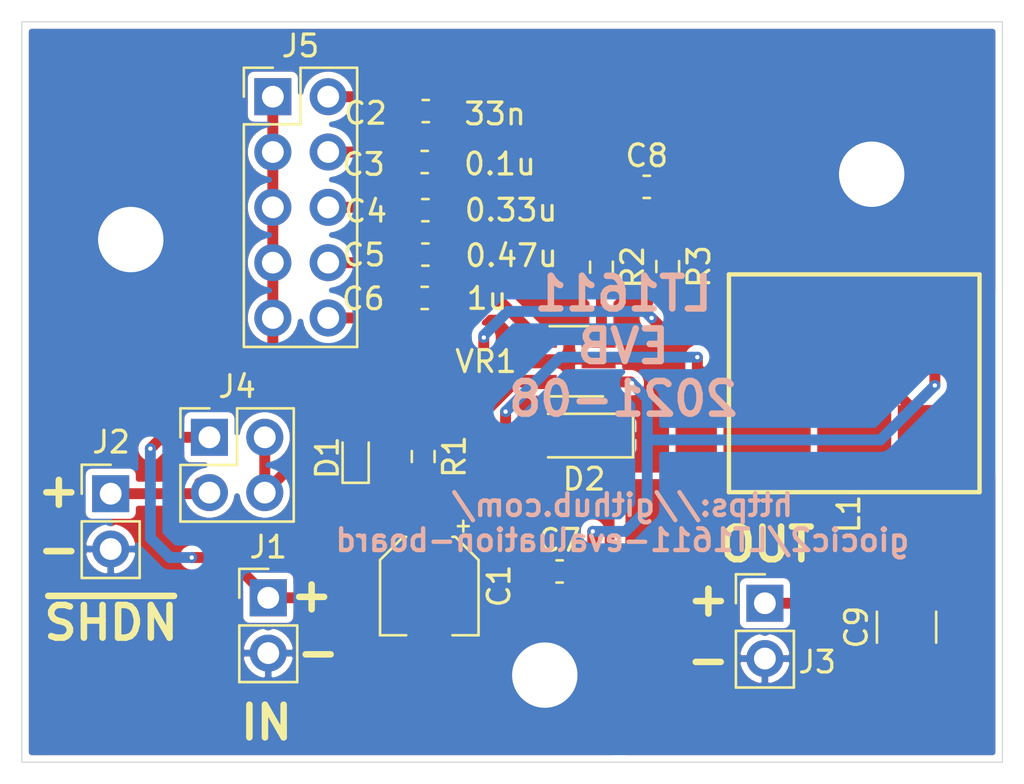
<source format=kicad_pcb>
(kicad_pcb (version 20171130) (host pcbnew "(5.1.8)-1")

  (general
    (thickness 1.6)
    (drawings 18)
    (tracks 105)
    (zones 0)
    (modules 21)
    (nets 15)
  )

  (page A4)
  (title_block
    (title "LT1611 evaluation board")
    (company "University of Perugia")
  )

  (layers
    (0 F.Cu signal)
    (31 B.Cu signal)
    (32 B.Adhes user)
    (33 F.Adhes user)
    (34 B.Paste user)
    (35 F.Paste user hide)
    (36 B.SilkS user)
    (37 F.SilkS user)
    (38 B.Mask user)
    (39 F.Mask user)
    (40 Dwgs.User user)
    (41 Cmts.User user)
    (42 Eco1.User user)
    (43 Eco2.User user)
    (44 Edge.Cuts user)
    (45 Margin user)
    (46 B.CrtYd user hide)
    (47 F.CrtYd user hide)
    (48 B.Fab user)
    (49 F.Fab user hide)
  )

  (setup
    (last_trace_width 0.5)
    (user_trace_width 0.25)
    (user_trace_width 0.5)
    (trace_clearance 0.15)
    (zone_clearance 0.508)
    (zone_45_only no)
    (trace_min 0.15)
    (via_size 0.5)
    (via_drill 0.2)
    (via_min_size 0.5)
    (via_min_drill 0.2)
    (user_via 0.5 0.2)
    (user_via 4 3)
    (uvia_size 0.45)
    (uvia_drill 0.15)
    (uvias_allowed no)
    (uvia_min_size 0.45)
    (uvia_min_drill 0.15)
    (edge_width 0.05)
    (segment_width 0.2)
    (pcb_text_width 0.3)
    (pcb_text_size 1.5 1.5)
    (mod_edge_width 0.16)
    (mod_text_size 1 1)
    (mod_text_width 0.16)
    (pad_size 1.524 1.524)
    (pad_drill 0.762)
    (pad_to_mask_clearance 0.2)
    (aux_axis_origin 0 0)
    (visible_elements 7FFFFFFF)
    (pcbplotparams
      (layerselection 0x010fc_ffffffff)
      (usegerberextensions false)
      (usegerberattributes true)
      (usegerberadvancedattributes true)
      (creategerberjobfile true)
      (excludeedgelayer true)
      (linewidth 0.100000)
      (plotframeref false)
      (viasonmask false)
      (mode 1)
      (useauxorigin false)
      (hpglpennumber 1)
      (hpglpenspeed 20)
      (hpglpendiameter 15.000000)
      (psnegative false)
      (psa4output false)
      (plotreference true)
      (plotvalue true)
      (plotinvisibletext false)
      (padsonsilk false)
      (subtractmaskfromsilk false)
      (outputformat 1)
      (mirror false)
      (drillshape 1)
      (scaleselection 1)
      (outputdirectory ""))
  )

  (net 0 "")
  (net 1 V_INPUT)
  (net 2 GND)
  (net 3 ~V_OUTPUT)
  (net 4 "Net-(C2-Pad2)")
  (net 5 "Net-(C3-Pad2)")
  (net 6 "Net-(C4-Pad2)")
  (net 7 "Net-(C5-Pad2)")
  (net 8 "Net-(C6-Pad2)")
  (net 9 "Net-(C7-Pad2)")
  (net 10 "Net-(C7-Pad1)")
  (net 11 "Net-(C8-Pad2)")
  (net 12 "Net-(D1-Pad2)")
  (net 13 "Net-(D1-Pad1)")
  (net 14 ~V_SHDN)

  (net_class Default "This is the default net class."
    (clearance 0.15)
    (trace_width 0.15)
    (via_dia 0.5)
    (via_drill 0.2)
    (uvia_dia 0.45)
    (uvia_drill 0.15)
    (add_net GND)
    (add_net "Net-(C2-Pad2)")
    (add_net "Net-(C3-Pad2)")
    (add_net "Net-(C4-Pad2)")
    (add_net "Net-(C5-Pad2)")
    (add_net "Net-(C6-Pad2)")
    (add_net "Net-(C7-Pad1)")
    (add_net "Net-(C7-Pad2)")
    (add_net "Net-(C8-Pad2)")
    (add_net "Net-(D1-Pad1)")
    (add_net "Net-(D1-Pad2)")
    (add_net V_INPUT)
    (add_net ~V_OUTPUT)
    (add_net ~V_SHDN)
  )

  (module Capacitor_SMD:C_1210_3225Metric_Pad1.33x2.70mm_HandSolder (layer F.Cu) (tedit 5F68FEEF) (tstamp 611D2174)
    (at 112.6 101.8 90)
    (descr "Capacitor SMD 1210 (3225 Metric), square (rectangular) end terminal, IPC_7351 nominal with elongated pad for handsoldering. (Body size source: IPC-SM-782 page 76, https://www.pcb-3d.com/wordpress/wp-content/uploads/ipc-sm-782a_amendment_1_and_2.pdf), generated with kicad-footprint-generator")
    (tags "capacitor handsolder")
    (path /61007B9E)
    (attr smd)
    (fp_text reference C9 (at 0 -2.3 90) (layer F.SilkS)
      (effects (font (size 1 1) (thickness 0.15)))
    )
    (fp_text value 22u (at 0 2.3 90) (layer F.Fab)
      (effects (font (size 1 1) (thickness 0.15)))
    )
    (fp_line (start -1.6 1.25) (end -1.6 -1.25) (layer F.Fab) (width 0.1))
    (fp_line (start -1.6 -1.25) (end 1.6 -1.25) (layer F.Fab) (width 0.1))
    (fp_line (start 1.6 -1.25) (end 1.6 1.25) (layer F.Fab) (width 0.1))
    (fp_line (start 1.6 1.25) (end -1.6 1.25) (layer F.Fab) (width 0.1))
    (fp_line (start -0.711252 -1.36) (end 0.711252 -1.36) (layer F.SilkS) (width 0.12))
    (fp_line (start -0.711252 1.36) (end 0.711252 1.36) (layer F.SilkS) (width 0.12))
    (fp_line (start -2.48 1.6) (end -2.48 -1.6) (layer F.CrtYd) (width 0.05))
    (fp_line (start -2.48 -1.6) (end 2.48 -1.6) (layer F.CrtYd) (width 0.05))
    (fp_line (start 2.48 -1.6) (end 2.48 1.6) (layer F.CrtYd) (width 0.05))
    (fp_line (start 2.48 1.6) (end -2.48 1.6) (layer F.CrtYd) (width 0.05))
    (fp_text user %R (at 0 0 90) (layer F.Fab)
      (effects (font (size 0.8 0.8) (thickness 0.12)))
    )
    (pad 1 smd roundrect (at -1.5625 0 90) (size 1.325 2.7) (layers F.Cu F.Paste F.Mask) (roundrect_rratio 0.188679)
      (net 2 GND))
    (pad 2 smd roundrect (at 1.5625 0 90) (size 1.325 2.7) (layers F.Cu F.Paste F.Mask) (roundrect_rratio 0.188679)
      (net 3 ~V_OUTPUT))
    (model ${KISYS3DMOD}/Capacitor_SMD.3dshapes/C_1210_3225Metric.wrl
      (at (xyz 0 0 0))
      (scale (xyz 1 1 1))
      (rotate (xyz 0 0 0))
    )
  )

  (module Capacitor_SMD:CP_Elec_4x5.8 (layer F.Cu) (tedit 5BCA39CF) (tstamp 611BF198)
    (at 90.7 99.91 270)
    (descr "SMD capacitor, aluminum electrolytic, Panasonic, 4.0x5.8mm")
    (tags "capacitor electrolytic")
    (path /6100705A)
    (attr smd)
    (fp_text reference C1 (at 0 -3.2 90) (layer F.SilkS)
      (effects (font (size 1 1) (thickness 0.15)))
    )
    (fp_text value 22u (at 0 3.2 90) (layer F.Fab)
      (effects (font (size 1 1) (thickness 0.15)))
    )
    (fp_circle (center 0 0) (end 2 0) (layer F.Fab) (width 0.1))
    (fp_line (start 2.15 -2.15) (end 2.15 2.15) (layer F.Fab) (width 0.1))
    (fp_line (start -1.15 -2.15) (end 2.15 -2.15) (layer F.Fab) (width 0.1))
    (fp_line (start -1.15 2.15) (end 2.15 2.15) (layer F.Fab) (width 0.1))
    (fp_line (start -2.15 -1.15) (end -2.15 1.15) (layer F.Fab) (width 0.1))
    (fp_line (start -2.15 -1.15) (end -1.15 -2.15) (layer F.Fab) (width 0.1))
    (fp_line (start -2.15 1.15) (end -1.15 2.15) (layer F.Fab) (width 0.1))
    (fp_line (start -1.574773 -1) (end -1.174773 -1) (layer F.Fab) (width 0.1))
    (fp_line (start -1.374773 -1.2) (end -1.374773 -0.8) (layer F.Fab) (width 0.1))
    (fp_line (start 2.26 2.26) (end 2.26 1.06) (layer F.SilkS) (width 0.12))
    (fp_line (start 2.26 -2.26) (end 2.26 -1.06) (layer F.SilkS) (width 0.12))
    (fp_line (start -1.195563 -2.26) (end 2.26 -2.26) (layer F.SilkS) (width 0.12))
    (fp_line (start -1.195563 2.26) (end 2.26 2.26) (layer F.SilkS) (width 0.12))
    (fp_line (start -2.26 1.195563) (end -2.26 1.06) (layer F.SilkS) (width 0.12))
    (fp_line (start -2.26 -1.195563) (end -2.26 -1.06) (layer F.SilkS) (width 0.12))
    (fp_line (start -2.26 -1.195563) (end -1.195563 -2.26) (layer F.SilkS) (width 0.12))
    (fp_line (start -2.26 1.195563) (end -1.195563 2.26) (layer F.SilkS) (width 0.12))
    (fp_line (start -3 -1.56) (end -2.5 -1.56) (layer F.SilkS) (width 0.12))
    (fp_line (start -2.75 -1.81) (end -2.75 -1.31) (layer F.SilkS) (width 0.12))
    (fp_line (start 2.4 -2.4) (end 2.4 -1.05) (layer F.CrtYd) (width 0.05))
    (fp_line (start 2.4 -1.05) (end 3.35 -1.05) (layer F.CrtYd) (width 0.05))
    (fp_line (start 3.35 -1.05) (end 3.35 1.05) (layer F.CrtYd) (width 0.05))
    (fp_line (start 3.35 1.05) (end 2.4 1.05) (layer F.CrtYd) (width 0.05))
    (fp_line (start 2.4 1.05) (end 2.4 2.4) (layer F.CrtYd) (width 0.05))
    (fp_line (start -1.25 2.4) (end 2.4 2.4) (layer F.CrtYd) (width 0.05))
    (fp_line (start -1.25 -2.4) (end 2.4 -2.4) (layer F.CrtYd) (width 0.05))
    (fp_line (start -2.4 1.25) (end -1.25 2.4) (layer F.CrtYd) (width 0.05))
    (fp_line (start -2.4 -1.25) (end -1.25 -2.4) (layer F.CrtYd) (width 0.05))
    (fp_line (start -2.4 -1.25) (end -2.4 -1.05) (layer F.CrtYd) (width 0.05))
    (fp_line (start -2.4 1.05) (end -2.4 1.25) (layer F.CrtYd) (width 0.05))
    (fp_line (start -2.4 -1.05) (end -3.35 -1.05) (layer F.CrtYd) (width 0.05))
    (fp_line (start -3.35 -1.05) (end -3.35 1.05) (layer F.CrtYd) (width 0.05))
    (fp_line (start -3.35 1.05) (end -2.4 1.05) (layer F.CrtYd) (width 0.05))
    (fp_text user %R (at 0 0 90) (layer F.Fab)
      (effects (font (size 0.8 0.8) (thickness 0.12)))
    )
    (pad 1 smd roundrect (at -1.8 0 270) (size 2.6 1.6) (layers F.Cu F.Paste F.Mask) (roundrect_rratio 0.15625)
      (net 1 V_INPUT))
    (pad 2 smd roundrect (at 1.8 0 270) (size 2.6 1.6) (layers F.Cu F.Paste F.Mask) (roundrect_rratio 0.15625)
      (net 2 GND))
    (model ${KISYS3DMOD}/Capacitor_SMD.3dshapes/CP_Elec_4x5.8.wrl
      (at (xyz 0 0 0))
      (scale (xyz 1 1 1))
      (rotate (xyz 0 0 0))
    )
  )

  (module Capacitor_SMD:C_0603_1608Metric_Pad1.08x0.95mm_HandSolder (layer F.Cu) (tedit 5F68FEEF) (tstamp 611BF1A9)
    (at 90.54 78.1 180)
    (descr "Capacitor SMD 0603 (1608 Metric), square (rectangular) end terminal, IPC_7351 nominal with elongated pad for handsoldering. (Body size source: IPC-SM-782 page 76, https://www.pcb-3d.com/wordpress/wp-content/uploads/ipc-sm-782a_amendment_1_and_2.pdf), generated with kicad-footprint-generator")
    (tags "capacitor handsolder")
    (path /611B82E5)
    (attr smd)
    (fp_text reference C2 (at 2.77 -0.1) (layer F.SilkS)
      (effects (font (size 1 1) (thickness 0.15)))
    )
    (fp_text value 33n (at -3.18 -0.13) (layer F.SilkS)
      (effects (font (size 1 1) (thickness 0.15)))
    )
    (fp_line (start -0.8 0.4) (end -0.8 -0.4) (layer F.Fab) (width 0.1))
    (fp_line (start -0.8 -0.4) (end 0.8 -0.4) (layer F.Fab) (width 0.1))
    (fp_line (start 0.8 -0.4) (end 0.8 0.4) (layer F.Fab) (width 0.1))
    (fp_line (start 0.8 0.4) (end -0.8 0.4) (layer F.Fab) (width 0.1))
    (fp_line (start -0.146267 -0.51) (end 0.146267 -0.51) (layer F.SilkS) (width 0.12))
    (fp_line (start -0.146267 0.51) (end 0.146267 0.51) (layer F.SilkS) (width 0.12))
    (fp_line (start -1.65 0.73) (end -1.65 -0.73) (layer F.CrtYd) (width 0.05))
    (fp_line (start -1.65 -0.73) (end 1.65 -0.73) (layer F.CrtYd) (width 0.05))
    (fp_line (start 1.65 -0.73) (end 1.65 0.73) (layer F.CrtYd) (width 0.05))
    (fp_line (start 1.65 0.73) (end -1.65 0.73) (layer F.CrtYd) (width 0.05))
    (fp_text user %R (at 0 0) (layer F.Fab)
      (effects (font (size 0.4 0.4) (thickness 0.06)))
    )
    (pad 1 smd roundrect (at -0.8625 0 180) (size 1.075 0.95) (layers F.Cu F.Paste F.Mask) (roundrect_rratio 0.25)
      (net 3 ~V_OUTPUT))
    (pad 2 smd roundrect (at 0.8625 0 180) (size 1.075 0.95) (layers F.Cu F.Paste F.Mask) (roundrect_rratio 0.25)
      (net 4 "Net-(C2-Pad2)"))
    (model ${KISYS3DMOD}/Capacitor_SMD.3dshapes/C_0603_1608Metric.wrl
      (at (xyz 0 0 0))
      (scale (xyz 1 1 1))
      (rotate (xyz 0 0 0))
    )
  )

  (module Capacitor_SMD:C_0603_1608Metric_Pad1.08x0.95mm_HandSolder (layer F.Cu) (tedit 5F68FEEF) (tstamp 611BF1BA)
    (at 90.49 80.44 180)
    (descr "Capacitor SMD 0603 (1608 Metric), square (rectangular) end terminal, IPC_7351 nominal with elongated pad for handsoldering. (Body size source: IPC-SM-782 page 76, https://www.pcb-3d.com/wordpress/wp-content/uploads/ipc-sm-782a_amendment_1_and_2.pdf), generated with kicad-footprint-generator")
    (tags "capacitor handsolder")
    (path /611A91A9)
    (attr smd)
    (fp_text reference C3 (at 2.81 -0.11) (layer F.SilkS)
      (effects (font (size 1 1) (thickness 0.15)))
    )
    (fp_text value 0.1u (at -3.45 -0.09) (layer F.SilkS)
      (effects (font (size 1 1) (thickness 0.15)))
    )
    (fp_line (start -0.8 0.4) (end -0.8 -0.4) (layer F.Fab) (width 0.1))
    (fp_line (start -0.8 -0.4) (end 0.8 -0.4) (layer F.Fab) (width 0.1))
    (fp_line (start 0.8 -0.4) (end 0.8 0.4) (layer F.Fab) (width 0.1))
    (fp_line (start 0.8 0.4) (end -0.8 0.4) (layer F.Fab) (width 0.1))
    (fp_line (start -0.146267 -0.51) (end 0.146267 -0.51) (layer F.SilkS) (width 0.12))
    (fp_line (start -0.146267 0.51) (end 0.146267 0.51) (layer F.SilkS) (width 0.12))
    (fp_line (start -1.65 0.73) (end -1.65 -0.73) (layer F.CrtYd) (width 0.05))
    (fp_line (start -1.65 -0.73) (end 1.65 -0.73) (layer F.CrtYd) (width 0.05))
    (fp_line (start 1.65 -0.73) (end 1.65 0.73) (layer F.CrtYd) (width 0.05))
    (fp_line (start 1.65 0.73) (end -1.65 0.73) (layer F.CrtYd) (width 0.05))
    (fp_text user %R (at 0 0) (layer F.Fab)
      (effects (font (size 0.4 0.4) (thickness 0.06)))
    )
    (pad 1 smd roundrect (at -0.8625 0 180) (size 1.075 0.95) (layers F.Cu F.Paste F.Mask) (roundrect_rratio 0.25)
      (net 3 ~V_OUTPUT))
    (pad 2 smd roundrect (at 0.8625 0 180) (size 1.075 0.95) (layers F.Cu F.Paste F.Mask) (roundrect_rratio 0.25)
      (net 5 "Net-(C3-Pad2)"))
    (model ${KISYS3DMOD}/Capacitor_SMD.3dshapes/C_0603_1608Metric.wrl
      (at (xyz 0 0 0))
      (scale (xyz 1 1 1))
      (rotate (xyz 0 0 0))
    )
  )

  (module Capacitor_SMD:C_0603_1608Metric_Pad1.08x0.95mm_HandSolder (layer F.Cu) (tedit 5F68FEEF) (tstamp 611BF1CB)
    (at 90.52 82.65 180)
    (descr "Capacitor SMD 0603 (1608 Metric), square (rectangular) end terminal, IPC_7351 nominal with elongated pad for handsoldering. (Body size source: IPC-SM-782 page 76, https://www.pcb-3d.com/wordpress/wp-content/uploads/ipc-sm-782a_amendment_1_and_2.pdf), generated with kicad-footprint-generator")
    (tags "capacitor handsolder")
    (path /61015C01)
    (attr smd)
    (fp_text reference C4 (at 2.74 -0.05) (layer F.SilkS)
      (effects (font (size 1 1) (thickness 0.15)))
    )
    (fp_text value 0.33u (at -3.93 0) (layer F.SilkS)
      (effects (font (size 1 1) (thickness 0.15)))
    )
    (fp_line (start -0.8 0.4) (end -0.8 -0.4) (layer F.Fab) (width 0.1))
    (fp_line (start -0.8 -0.4) (end 0.8 -0.4) (layer F.Fab) (width 0.1))
    (fp_line (start 0.8 -0.4) (end 0.8 0.4) (layer F.Fab) (width 0.1))
    (fp_line (start 0.8 0.4) (end -0.8 0.4) (layer F.Fab) (width 0.1))
    (fp_line (start -0.146267 -0.51) (end 0.146267 -0.51) (layer F.SilkS) (width 0.12))
    (fp_line (start -0.146267 0.51) (end 0.146267 0.51) (layer F.SilkS) (width 0.12))
    (fp_line (start -1.65 0.73) (end -1.65 -0.73) (layer F.CrtYd) (width 0.05))
    (fp_line (start -1.65 -0.73) (end 1.65 -0.73) (layer F.CrtYd) (width 0.05))
    (fp_line (start 1.65 -0.73) (end 1.65 0.73) (layer F.CrtYd) (width 0.05))
    (fp_line (start 1.65 0.73) (end -1.65 0.73) (layer F.CrtYd) (width 0.05))
    (fp_text user %R (at -0.06 0) (layer F.Fab)
      (effects (font (size 0.4 0.4) (thickness 0.06)))
    )
    (pad 1 smd roundrect (at -0.8625 0 180) (size 1.075 0.95) (layers F.Cu F.Paste F.Mask) (roundrect_rratio 0.25)
      (net 3 ~V_OUTPUT))
    (pad 2 smd roundrect (at 0.8625 0 180) (size 1.075 0.95) (layers F.Cu F.Paste F.Mask) (roundrect_rratio 0.25)
      (net 6 "Net-(C4-Pad2)"))
    (model ${KISYS3DMOD}/Capacitor_SMD.3dshapes/C_0603_1608Metric.wrl
      (at (xyz 0 0 0))
      (scale (xyz 1 1 1))
      (rotate (xyz 0 0 0))
    )
  )

  (module Capacitor_SMD:C_0603_1608Metric_Pad1.08x0.95mm_HandSolder (layer F.Cu) (tedit 5F68FEEF) (tstamp 611BF1DC)
    (at 90.52 84.69 180)
    (descr "Capacitor SMD 0603 (1608 Metric), square (rectangular) end terminal, IPC_7351 nominal with elongated pad for handsoldering. (Body size source: IPC-SM-782 page 76, https://www.pcb-3d.com/wordpress/wp-content/uploads/ipc-sm-782a_amendment_1_and_2.pdf), generated with kicad-footprint-generator")
    (tags "capacitor handsolder")
    (path /611A96C7)
    (attr smd)
    (fp_text reference C5 (at 2.82 -0.02) (layer F.SilkS)
      (effects (font (size 1 1) (thickness 0.15)))
    )
    (fp_text value 0.47u (at -3.95 -0.05) (layer F.SilkS)
      (effects (font (size 1 1) (thickness 0.15)))
    )
    (fp_line (start 1.65 0.73) (end -1.65 0.73) (layer F.CrtYd) (width 0.05))
    (fp_line (start 1.65 -0.73) (end 1.65 0.73) (layer F.CrtYd) (width 0.05))
    (fp_line (start -1.65 -0.73) (end 1.65 -0.73) (layer F.CrtYd) (width 0.05))
    (fp_line (start -1.65 0.73) (end -1.65 -0.73) (layer F.CrtYd) (width 0.05))
    (fp_line (start -0.146267 0.51) (end 0.146267 0.51) (layer F.SilkS) (width 0.12))
    (fp_line (start -0.146267 -0.51) (end 0.146267 -0.51) (layer F.SilkS) (width 0.12))
    (fp_line (start 0.8 0.4) (end -0.8 0.4) (layer F.Fab) (width 0.1))
    (fp_line (start 0.8 -0.4) (end 0.8 0.4) (layer F.Fab) (width 0.1))
    (fp_line (start -0.8 -0.4) (end 0.8 -0.4) (layer F.Fab) (width 0.1))
    (fp_line (start -0.8 0.4) (end -0.8 -0.4) (layer F.Fab) (width 0.1))
    (fp_text user %R (at 0 0) (layer F.Fab)
      (effects (font (size 0.4 0.4) (thickness 0.06)))
    )
    (pad 2 smd roundrect (at 0.8625 0 180) (size 1.075 0.95) (layers F.Cu F.Paste F.Mask) (roundrect_rratio 0.25)
      (net 7 "Net-(C5-Pad2)"))
    (pad 1 smd roundrect (at -0.8625 0 180) (size 1.075 0.95) (layers F.Cu F.Paste F.Mask) (roundrect_rratio 0.25)
      (net 3 ~V_OUTPUT))
    (model ${KISYS3DMOD}/Capacitor_SMD.3dshapes/C_0603_1608Metric.wrl
      (at (xyz 0 0 0))
      (scale (xyz 1 1 1))
      (rotate (xyz 0 0 0))
    )
  )

  (module Capacitor_SMD:C_0603_1608Metric_Pad1.08x0.95mm_HandSolder (layer F.Cu) (tedit 5F68FEEF) (tstamp 611BF1ED)
    (at 90.49 86.68 180)
    (descr "Capacitor SMD 0603 (1608 Metric), square (rectangular) end terminal, IPC_7351 nominal with elongated pad for handsoldering. (Body size source: IPC-SM-782 page 76, https://www.pcb-3d.com/wordpress/wp-content/uploads/ipc-sm-782a_amendment_1_and_2.pdf), generated with kicad-footprint-generator")
    (tags "capacitor handsolder")
    (path /611BC6A0)
    (attr smd)
    (fp_text reference C6 (at 2.82 -0.04) (layer F.SilkS)
      (effects (font (size 1 1) (thickness 0.15)))
    )
    (fp_text value 1u (at -2.86 -0.02) (layer F.SilkS)
      (effects (font (size 1 1) (thickness 0.15)))
    )
    (fp_line (start -0.8 0.4) (end -0.8 -0.4) (layer F.Fab) (width 0.1))
    (fp_line (start -0.8 -0.4) (end 0.8 -0.4) (layer F.Fab) (width 0.1))
    (fp_line (start 0.8 -0.4) (end 0.8 0.4) (layer F.Fab) (width 0.1))
    (fp_line (start 0.8 0.4) (end -0.8 0.4) (layer F.Fab) (width 0.1))
    (fp_line (start -0.146267 -0.51) (end 0.146267 -0.51) (layer F.SilkS) (width 0.12))
    (fp_line (start -0.146267 0.51) (end 0.146267 0.51) (layer F.SilkS) (width 0.12))
    (fp_line (start -1.65 0.73) (end -1.65 -0.73) (layer F.CrtYd) (width 0.05))
    (fp_line (start -1.65 -0.73) (end 1.65 -0.73) (layer F.CrtYd) (width 0.05))
    (fp_line (start 1.65 -0.73) (end 1.65 0.73) (layer F.CrtYd) (width 0.05))
    (fp_line (start 1.65 0.73) (end -1.65 0.73) (layer F.CrtYd) (width 0.05))
    (fp_text user %R (at 0 0) (layer F.Fab)
      (effects (font (size 0.4 0.4) (thickness 0.06)))
    )
    (pad 1 smd roundrect (at -0.8625 0 180) (size 1.075 0.95) (layers F.Cu F.Paste F.Mask) (roundrect_rratio 0.25)
      (net 3 ~V_OUTPUT))
    (pad 2 smd roundrect (at 0.8625 0 180) (size 1.075 0.95) (layers F.Cu F.Paste F.Mask) (roundrect_rratio 0.25)
      (net 8 "Net-(C6-Pad2)"))
    (model ${KISYS3DMOD}/Capacitor_SMD.3dshapes/C_0603_1608Metric.wrl
      (at (xyz 0 0 0))
      (scale (xyz 1 1 1))
      (rotate (xyz 0 0 0))
    )
  )

  (module Capacitor_SMD:C_0603_1608Metric_Pad1.08x0.95mm_HandSolder (layer F.Cu) (tedit 5F68FEEF) (tstamp 611BF1FE)
    (at 96.68 99.24)
    (descr "Capacitor SMD 0603 (1608 Metric), square (rectangular) end terminal, IPC_7351 nominal with elongated pad for handsoldering. (Body size source: IPC-SM-782 page 76, https://www.pcb-3d.com/wordpress/wp-content/uploads/ipc-sm-782a_amendment_1_and_2.pdf), generated with kicad-footprint-generator")
    (tags "capacitor handsolder")
    (path /61009591)
    (attr smd)
    (fp_text reference C7 (at 0 -1.43) (layer F.SilkS)
      (effects (font (size 1 1) (thickness 0.15)))
    )
    (fp_text value 1u (at 0 1.43) (layer F.Fab)
      (effects (font (size 1 1) (thickness 0.15)))
    )
    (fp_line (start 1.65 0.73) (end -1.65 0.73) (layer F.CrtYd) (width 0.05))
    (fp_line (start 1.65 -0.73) (end 1.65 0.73) (layer F.CrtYd) (width 0.05))
    (fp_line (start -1.65 -0.73) (end 1.65 -0.73) (layer F.CrtYd) (width 0.05))
    (fp_line (start -1.65 0.73) (end -1.65 -0.73) (layer F.CrtYd) (width 0.05))
    (fp_line (start -0.146267 0.51) (end 0.146267 0.51) (layer F.SilkS) (width 0.12))
    (fp_line (start -0.146267 -0.51) (end 0.146267 -0.51) (layer F.SilkS) (width 0.12))
    (fp_line (start 0.8 0.4) (end -0.8 0.4) (layer F.Fab) (width 0.1))
    (fp_line (start 0.8 -0.4) (end 0.8 0.4) (layer F.Fab) (width 0.1))
    (fp_line (start -0.8 -0.4) (end 0.8 -0.4) (layer F.Fab) (width 0.1))
    (fp_line (start -0.8 0.4) (end -0.8 -0.4) (layer F.Fab) (width 0.1))
    (fp_text user %R (at 0 0) (layer F.Fab)
      (effects (font (size 0.4 0.4) (thickness 0.06)))
    )
    (pad 2 smd roundrect (at 0.8625 0) (size 1.075 0.95) (layers F.Cu F.Paste F.Mask) (roundrect_rratio 0.25)
      (net 9 "Net-(C7-Pad2)"))
    (pad 1 smd roundrect (at -0.8625 0) (size 1.075 0.95) (layers F.Cu F.Paste F.Mask) (roundrect_rratio 0.25)
      (net 10 "Net-(C7-Pad1)"))
    (model ${KISYS3DMOD}/Capacitor_SMD.3dshapes/C_0603_1608Metric.wrl
      (at (xyz 0 0 0))
      (scale (xyz 1 1 1))
      (rotate (xyz 0 0 0))
    )
  )

  (module Capacitor_SMD:C_0603_1608Metric_Pad1.08x0.95mm_HandSolder (layer F.Cu) (tedit 5F68FEEF) (tstamp 611BF20F)
    (at 100.68 81.58)
    (descr "Capacitor SMD 0603 (1608 Metric), square (rectangular) end terminal, IPC_7351 nominal with elongated pad for handsoldering. (Body size source: IPC-SM-782 page 76, https://www.pcb-3d.com/wordpress/wp-content/uploads/ipc-sm-782a_amendment_1_and_2.pdf), generated with kicad-footprint-generator")
    (tags "capacitor handsolder")
    (path /61068B56)
    (attr smd)
    (fp_text reference C8 (at 0 -1.43) (layer F.SilkS)
      (effects (font (size 1 1) (thickness 0.15)))
    )
    (fp_text value 3.3n (at 0 1.43) (layer F.Fab)
      (effects (font (size 1 1) (thickness 0.15)))
    )
    (fp_line (start 1.65 0.73) (end -1.65 0.73) (layer F.CrtYd) (width 0.05))
    (fp_line (start 1.65 -0.73) (end 1.65 0.73) (layer F.CrtYd) (width 0.05))
    (fp_line (start -1.65 -0.73) (end 1.65 -0.73) (layer F.CrtYd) (width 0.05))
    (fp_line (start -1.65 0.73) (end -1.65 -0.73) (layer F.CrtYd) (width 0.05))
    (fp_line (start -0.146267 0.51) (end 0.146267 0.51) (layer F.SilkS) (width 0.12))
    (fp_line (start -0.146267 -0.51) (end 0.146267 -0.51) (layer F.SilkS) (width 0.12))
    (fp_line (start 0.8 0.4) (end -0.8 0.4) (layer F.Fab) (width 0.1))
    (fp_line (start 0.8 -0.4) (end 0.8 0.4) (layer F.Fab) (width 0.1))
    (fp_line (start -0.8 -0.4) (end 0.8 -0.4) (layer F.Fab) (width 0.1))
    (fp_line (start -0.8 0.4) (end -0.8 -0.4) (layer F.Fab) (width 0.1))
    (fp_text user %R (at 0 0) (layer F.Fab)
      (effects (font (size 0.4 0.4) (thickness 0.06)))
    )
    (pad 2 smd roundrect (at 0.8625 0) (size 1.075 0.95) (layers F.Cu F.Paste F.Mask) (roundrect_rratio 0.25)
      (net 11 "Net-(C8-Pad2)"))
    (pad 1 smd roundrect (at -0.8625 0) (size 1.075 0.95) (layers F.Cu F.Paste F.Mask) (roundrect_rratio 0.25)
      (net 3 ~V_OUTPUT))
    (model ${KISYS3DMOD}/Capacitor_SMD.3dshapes/C_0603_1608Metric.wrl
      (at (xyz 0 0 0))
      (scale (xyz 1 1 1))
      (rotate (xyz 0 0 0))
    )
  )

  (module Diode_SMD:D_SOD-523 (layer F.Cu) (tedit 586419F0) (tstamp 611BF238)
    (at 87.32 94.02 90)
    (descr "http://www.diodes.com/datasheets/ap02001.pdf p.144")
    (tags "Diode SOD523")
    (path /61014DBA)
    (attr smd)
    (fp_text reference D1 (at 0 -1.3 90) (layer F.SilkS)
      (effects (font (size 1 1) (thickness 0.15)))
    )
    (fp_text value 1N4148WT (at 0 1.4 90) (layer F.Fab)
      (effects (font (size 1 1) (thickness 0.15)))
    )
    (fp_line (start -1.15 -0.6) (end -1.15 0.6) (layer F.SilkS) (width 0.12))
    (fp_line (start 1.25 -0.7) (end 1.25 0.7) (layer F.CrtYd) (width 0.05))
    (fp_line (start -1.25 -0.7) (end 1.25 -0.7) (layer F.CrtYd) (width 0.05))
    (fp_line (start -1.25 0.7) (end -1.25 -0.7) (layer F.CrtYd) (width 0.05))
    (fp_line (start 1.25 0.7) (end -1.25 0.7) (layer F.CrtYd) (width 0.05))
    (fp_line (start 0.1 0) (end 0.25 0) (layer F.Fab) (width 0.1))
    (fp_line (start 0.1 -0.2) (end -0.2 0) (layer F.Fab) (width 0.1))
    (fp_line (start 0.1 0.2) (end 0.1 -0.2) (layer F.Fab) (width 0.1))
    (fp_line (start -0.2 0) (end 0.1 0.2) (layer F.Fab) (width 0.1))
    (fp_line (start -0.2 0) (end -0.35 0) (layer F.Fab) (width 0.1))
    (fp_line (start -0.2 0.2) (end -0.2 -0.2) (layer F.Fab) (width 0.1))
    (fp_line (start 0.65 -0.45) (end 0.65 0.45) (layer F.Fab) (width 0.1))
    (fp_line (start -0.65 -0.45) (end 0.65 -0.45) (layer F.Fab) (width 0.1))
    (fp_line (start -0.65 0.45) (end -0.65 -0.45) (layer F.Fab) (width 0.1))
    (fp_line (start 0.65 0.45) (end -0.65 0.45) (layer F.Fab) (width 0.1))
    (fp_line (start 0.7 -0.6) (end -1.15 -0.6) (layer F.SilkS) (width 0.12))
    (fp_line (start 0.7 0.6) (end -1.15 0.6) (layer F.SilkS) (width 0.12))
    (fp_text user %R (at 0 -1.3 90) (layer F.Fab)
      (effects (font (size 1 1) (thickness 0.15)))
    )
    (pad 2 smd rect (at 0.7 0 270) (size 0.6 0.7) (layers F.Cu F.Paste F.Mask)
      (net 12 "Net-(D1-Pad2)"))
    (pad 1 smd rect (at -0.7 0 270) (size 0.6 0.7) (layers F.Cu F.Paste F.Mask)
      (net 13 "Net-(D1-Pad1)"))
    (model ${KISYS3DMOD}/Diode_SMD.3dshapes/D_SOD-523.wrl
      (at (xyz 0 0 0))
      (scale (xyz 1 1 1))
      (rotate (xyz 0 0 0))
    )
  )

  (module Diode_SMD:D_SOD-123 (layer F.Cu) (tedit 58645DC7) (tstamp 611D15C8)
    (at 97.8 93 180)
    (descr SOD-123)
    (tags SOD-123)
    (path /610089E2)
    (attr smd)
    (fp_text reference D2 (at 0 -2) (layer F.SilkS)
      (effects (font (size 1 1) (thickness 0.15)))
    )
    (fp_text value MBR0520LT3G (at 0 2.1) (layer F.Fab)
      (effects (font (size 1 1) (thickness 0.15)))
    )
    (fp_line (start -2.25 -1) (end -2.25 1) (layer F.SilkS) (width 0.12))
    (fp_line (start 0.25 0) (end 0.75 0) (layer F.Fab) (width 0.1))
    (fp_line (start 0.25 0.4) (end -0.35 0) (layer F.Fab) (width 0.1))
    (fp_line (start 0.25 -0.4) (end 0.25 0.4) (layer F.Fab) (width 0.1))
    (fp_line (start -0.35 0) (end 0.25 -0.4) (layer F.Fab) (width 0.1))
    (fp_line (start -0.35 0) (end -0.35 0.55) (layer F.Fab) (width 0.1))
    (fp_line (start -0.35 0) (end -0.35 -0.55) (layer F.Fab) (width 0.1))
    (fp_line (start -0.75 0) (end -0.35 0) (layer F.Fab) (width 0.1))
    (fp_line (start -1.4 0.9) (end -1.4 -0.9) (layer F.Fab) (width 0.1))
    (fp_line (start 1.4 0.9) (end -1.4 0.9) (layer F.Fab) (width 0.1))
    (fp_line (start 1.4 -0.9) (end 1.4 0.9) (layer F.Fab) (width 0.1))
    (fp_line (start -1.4 -0.9) (end 1.4 -0.9) (layer F.Fab) (width 0.1))
    (fp_line (start -2.35 -1.15) (end 2.35 -1.15) (layer F.CrtYd) (width 0.05))
    (fp_line (start 2.35 -1.15) (end 2.35 1.15) (layer F.CrtYd) (width 0.05))
    (fp_line (start 2.35 1.15) (end -2.35 1.15) (layer F.CrtYd) (width 0.05))
    (fp_line (start -2.35 -1.15) (end -2.35 1.15) (layer F.CrtYd) (width 0.05))
    (fp_line (start -2.25 1) (end 1.65 1) (layer F.SilkS) (width 0.12))
    (fp_line (start -2.25 -1) (end 1.65 -1) (layer F.SilkS) (width 0.12))
    (fp_text user %R (at 0 -2) (layer F.Fab)
      (effects (font (size 1 1) (thickness 0.15)))
    )
    (pad 1 smd rect (at -1.65 0 180) (size 0.9 1.2) (layers F.Cu F.Paste F.Mask)
      (net 2 GND))
    (pad 2 smd rect (at 1.65 0 180) (size 0.9 1.2) (layers F.Cu F.Paste F.Mask)
      (net 10 "Net-(C7-Pad1)"))
    (model ${KISYS3DMOD}/Diode_SMD.3dshapes/D_SOD-123.wrl
      (at (xyz 0 0 0))
      (scale (xyz 1 1 1))
      (rotate (xyz 0 0 0))
    )
  )

  (module Connector_PinHeader_2.54mm:PinHeader_1x02_P2.54mm_Vertical (layer F.Cu) (tedit 59FED5CC) (tstamp 611BF267)
    (at 83.31 100.45)
    (descr "Through hole straight pin header, 1x02, 2.54mm pitch, single row")
    (tags "Through hole pin header THT 1x02 2.54mm single row")
    (path /61241628)
    (fp_text reference J1 (at 0 -2.33) (layer F.SilkS)
      (effects (font (size 1 1) (thickness 0.15)))
    )
    (fp_text value Conn_01x02 (at 0 4.87) (layer F.Fab)
      (effects (font (size 1 1) (thickness 0.15)))
    )
    (fp_line (start -0.635 -1.27) (end 1.27 -1.27) (layer F.Fab) (width 0.1))
    (fp_line (start 1.27 -1.27) (end 1.27 3.81) (layer F.Fab) (width 0.1))
    (fp_line (start 1.27 3.81) (end -1.27 3.81) (layer F.Fab) (width 0.1))
    (fp_line (start -1.27 3.81) (end -1.27 -0.635) (layer F.Fab) (width 0.1))
    (fp_line (start -1.27 -0.635) (end -0.635 -1.27) (layer F.Fab) (width 0.1))
    (fp_line (start -1.33 3.87) (end 1.33 3.87) (layer F.SilkS) (width 0.12))
    (fp_line (start -1.33 1.27) (end -1.33 3.87) (layer F.SilkS) (width 0.12))
    (fp_line (start 1.33 1.27) (end 1.33 3.87) (layer F.SilkS) (width 0.12))
    (fp_line (start -1.33 1.27) (end 1.33 1.27) (layer F.SilkS) (width 0.12))
    (fp_line (start -1.33 0) (end -1.33 -1.33) (layer F.SilkS) (width 0.12))
    (fp_line (start -1.33 -1.33) (end 0 -1.33) (layer F.SilkS) (width 0.12))
    (fp_line (start -1.8 -1.8) (end -1.8 4.35) (layer F.CrtYd) (width 0.05))
    (fp_line (start -1.8 4.35) (end 1.8 4.35) (layer F.CrtYd) (width 0.05))
    (fp_line (start 1.8 4.35) (end 1.8 -1.8) (layer F.CrtYd) (width 0.05))
    (fp_line (start 1.8 -1.8) (end -1.8 -1.8) (layer F.CrtYd) (width 0.05))
    (fp_text user %R (at 0 1.27 90) (layer F.Fab)
      (effects (font (size 1 1) (thickness 0.15)))
    )
    (pad 1 thru_hole rect (at 0 0) (size 1.7 1.7) (drill 1) (layers *.Cu *.Mask)
      (net 1 V_INPUT))
    (pad 2 thru_hole oval (at 0 2.54) (size 1.7 1.7) (drill 1) (layers *.Cu *.Mask)
      (net 2 GND))
    (model ${KISYS3DMOD}/Connector_PinHeader_2.54mm.3dshapes/PinHeader_1x02_P2.54mm_Vertical.wrl
      (at (xyz 0 0 0))
      (scale (xyz 1 1 1))
      (rotate (xyz 0 0 0))
    )
  )

  (module Connector_PinHeader_2.54mm:PinHeader_1x02_P2.54mm_Vertical (layer F.Cu) (tedit 59FED5CC) (tstamp 611D1FA0)
    (at 76.08 95.67)
    (descr "Through hole straight pin header, 1x02, 2.54mm pitch, single row")
    (tags "Through hole pin header THT 1x02 2.54mm single row")
    (path /611BE33E)
    (fp_text reference J2 (at 0.02 -2.37) (layer F.SilkS)
      (effects (font (size 1 1) (thickness 0.15)))
    )
    (fp_text value Conn_01x02 (at 0 4.87) (layer F.Fab)
      (effects (font (size 1 1) (thickness 0.15)))
    )
    (fp_line (start 1.8 -1.8) (end -1.8 -1.8) (layer F.CrtYd) (width 0.05))
    (fp_line (start 1.8 4.35) (end 1.8 -1.8) (layer F.CrtYd) (width 0.05))
    (fp_line (start -1.8 4.35) (end 1.8 4.35) (layer F.CrtYd) (width 0.05))
    (fp_line (start -1.8 -1.8) (end -1.8 4.35) (layer F.CrtYd) (width 0.05))
    (fp_line (start -1.33 -1.33) (end 0 -1.33) (layer F.SilkS) (width 0.12))
    (fp_line (start -1.33 0) (end -1.33 -1.33) (layer F.SilkS) (width 0.12))
    (fp_line (start -1.33 1.27) (end 1.33 1.27) (layer F.SilkS) (width 0.12))
    (fp_line (start 1.33 1.27) (end 1.33 3.87) (layer F.SilkS) (width 0.12))
    (fp_line (start -1.33 1.27) (end -1.33 3.87) (layer F.SilkS) (width 0.12))
    (fp_line (start -1.33 3.87) (end 1.33 3.87) (layer F.SilkS) (width 0.12))
    (fp_line (start -1.27 -0.635) (end -0.635 -1.27) (layer F.Fab) (width 0.1))
    (fp_line (start -1.27 3.81) (end -1.27 -0.635) (layer F.Fab) (width 0.1))
    (fp_line (start 1.27 3.81) (end -1.27 3.81) (layer F.Fab) (width 0.1))
    (fp_line (start 1.27 -1.27) (end 1.27 3.81) (layer F.Fab) (width 0.1))
    (fp_line (start -0.635 -1.27) (end 1.27 -1.27) (layer F.Fab) (width 0.1))
    (fp_text user %R (at 0 1.27 90) (layer F.Fab)
      (effects (font (size 1 1) (thickness 0.15)))
    )
    (pad 2 thru_hole oval (at 0 2.54) (size 1.7 1.7) (drill 1) (layers *.Cu *.Mask)
      (net 2 GND))
    (pad 1 thru_hole rect (at 0 0) (size 1.7 1.7) (drill 1) (layers *.Cu *.Mask)
      (net 14 ~V_SHDN))
    (model ${KISYS3DMOD}/Connector_PinHeader_2.54mm.3dshapes/PinHeader_1x02_P2.54mm_Vertical.wrl
      (at (xyz 0 0 0))
      (scale (xyz 1 1 1))
      (rotate (xyz 0 0 0))
    )
  )

  (module Connector_PinHeader_2.54mm:PinHeader_1x02_P2.54mm_Vertical (layer F.Cu) (tedit 59FED5CC) (tstamp 611D1ECD)
    (at 106.1 100.7)
    (descr "Through hole straight pin header, 1x02, 2.54mm pitch, single row")
    (tags "Through hole pin header THT 1x02 2.54mm single row")
    (path /611BE826)
    (fp_text reference J3 (at 2.4 2.7) (layer F.SilkS)
      (effects (font (size 1 1) (thickness 0.15)))
    )
    (fp_text value Conn_01x02 (at 0 4.87) (layer F.Fab)
      (effects (font (size 1 1) (thickness 0.15)))
    )
    (fp_line (start -0.635 -1.27) (end 1.27 -1.27) (layer F.Fab) (width 0.1))
    (fp_line (start 1.27 -1.27) (end 1.27 3.81) (layer F.Fab) (width 0.1))
    (fp_line (start 1.27 3.81) (end -1.27 3.81) (layer F.Fab) (width 0.1))
    (fp_line (start -1.27 3.81) (end -1.27 -0.635) (layer F.Fab) (width 0.1))
    (fp_line (start -1.27 -0.635) (end -0.635 -1.27) (layer F.Fab) (width 0.1))
    (fp_line (start -1.33 3.87) (end 1.33 3.87) (layer F.SilkS) (width 0.12))
    (fp_line (start -1.33 1.27) (end -1.33 3.87) (layer F.SilkS) (width 0.12))
    (fp_line (start 1.33 1.27) (end 1.33 3.87) (layer F.SilkS) (width 0.12))
    (fp_line (start -1.33 1.27) (end 1.33 1.27) (layer F.SilkS) (width 0.12))
    (fp_line (start -1.33 0) (end -1.33 -1.33) (layer F.SilkS) (width 0.12))
    (fp_line (start -1.33 -1.33) (end 0 -1.33) (layer F.SilkS) (width 0.12))
    (fp_line (start -1.8 -1.8) (end -1.8 4.35) (layer F.CrtYd) (width 0.05))
    (fp_line (start -1.8 4.35) (end 1.8 4.35) (layer F.CrtYd) (width 0.05))
    (fp_line (start 1.8 4.35) (end 1.8 -1.8) (layer F.CrtYd) (width 0.05))
    (fp_line (start 1.8 -1.8) (end -1.8 -1.8) (layer F.CrtYd) (width 0.05))
    (fp_text user %R (at 0 1.27 90) (layer F.Fab)
      (effects (font (size 1 1) (thickness 0.15)))
    )
    (pad 1 thru_hole rect (at 0 0) (size 1.7 1.7) (drill 1) (layers *.Cu *.Mask)
      (net 3 ~V_OUTPUT))
    (pad 2 thru_hole oval (at 0 2.54) (size 1.7 1.7) (drill 1) (layers *.Cu *.Mask)
      (net 2 GND))
    (model ${KISYS3DMOD}/Connector_PinHeader_2.54mm.3dshapes/PinHeader_1x02_P2.54mm_Vertical.wrl
      (at (xyz 0 0 0))
      (scale (xyz 1 1 1))
      (rotate (xyz 0 0 0))
    )
  )

  (module Connector_PinHeader_2.54mm:PinHeader_2x02_P2.54mm_Vertical (layer F.Cu) (tedit 59FED5CC) (tstamp 611C0BBF)
    (at 80.61 93.08)
    (descr "Through hole straight pin header, 2x02, 2.54mm pitch, double rows")
    (tags "Through hole pin header THT 2x02 2.54mm double row")
    (path /611F47B2)
    (fp_text reference J4 (at 1.27 -2.33) (layer F.SilkS)
      (effects (font (size 1 1) (thickness 0.15)))
    )
    (fp_text value Conn_02x02_Top_Bottom (at 1.27 4.87) (layer F.Fab)
      (effects (font (size 1 1) (thickness 0.15)))
    )
    (fp_line (start 0 -1.27) (end 3.81 -1.27) (layer F.Fab) (width 0.1))
    (fp_line (start 3.81 -1.27) (end 3.81 3.81) (layer F.Fab) (width 0.1))
    (fp_line (start 3.81 3.81) (end -1.27 3.81) (layer F.Fab) (width 0.1))
    (fp_line (start -1.27 3.81) (end -1.27 0) (layer F.Fab) (width 0.1))
    (fp_line (start -1.27 0) (end 0 -1.27) (layer F.Fab) (width 0.1))
    (fp_line (start -1.33 3.87) (end 3.87 3.87) (layer F.SilkS) (width 0.12))
    (fp_line (start -1.33 1.27) (end -1.33 3.87) (layer F.SilkS) (width 0.12))
    (fp_line (start 3.87 -1.33) (end 3.87 3.87) (layer F.SilkS) (width 0.12))
    (fp_line (start -1.33 1.27) (end 1.27 1.27) (layer F.SilkS) (width 0.12))
    (fp_line (start 1.27 1.27) (end 1.27 -1.33) (layer F.SilkS) (width 0.12))
    (fp_line (start 1.27 -1.33) (end 3.87 -1.33) (layer F.SilkS) (width 0.12))
    (fp_line (start -1.33 0) (end -1.33 -1.33) (layer F.SilkS) (width 0.12))
    (fp_line (start -1.33 -1.33) (end 0 -1.33) (layer F.SilkS) (width 0.12))
    (fp_line (start -1.8 -1.8) (end -1.8 4.35) (layer F.CrtYd) (width 0.05))
    (fp_line (start -1.8 4.35) (end 4.35 4.35) (layer F.CrtYd) (width 0.05))
    (fp_line (start 4.35 4.35) (end 4.35 -1.8) (layer F.CrtYd) (width 0.05))
    (fp_line (start 4.35 -1.8) (end -1.8 -1.8) (layer F.CrtYd) (width 0.05))
    (fp_text user %R (at 1.27 1.27 90) (layer F.Fab)
      (effects (font (size 1 1) (thickness 0.15)))
    )
    (pad 1 thru_hole rect (at 0 0) (size 1.7 1.7) (drill 1) (layers *.Cu *.Mask)
      (net 1 V_INPUT))
    (pad 2 thru_hole oval (at 2.54 0) (size 1.7 1.7) (drill 1) (layers *.Cu *.Mask)
      (net 13 "Net-(D1-Pad1)"))
    (pad 3 thru_hole oval (at 0 2.54) (size 1.7 1.7) (drill 1) (layers *.Cu *.Mask)
      (net 14 ~V_SHDN))
    (pad 4 thru_hole oval (at 2.54 2.54) (size 1.7 1.7) (drill 1) (layers *.Cu *.Mask)
      (net 13 "Net-(D1-Pad1)"))
    (model ${KISYS3DMOD}/Connector_PinHeader_2.54mm.3dshapes/PinHeader_2x02_P2.54mm_Vertical.wrl
      (at (xyz 0 0 0))
      (scale (xyz 1 1 1))
      (rotate (xyz 0 0 0))
    )
  )

  (module Connector_PinHeader_2.54mm:PinHeader_2x05_P2.54mm_Vertical (layer F.Cu) (tedit 59FED5CC) (tstamp 611C10A4)
    (at 83.52 77.44)
    (descr "Through hole straight pin header, 2x05, 2.54mm pitch, double rows")
    (tags "Through hole pin header THT 2x05 2.54mm double row")
    (path /611C6950)
    (fp_text reference J5 (at 1.27 -2.33) (layer F.SilkS)
      (effects (font (size 1 1) (thickness 0.15)))
    )
    (fp_text value Conn_02x05_Top_Bottom (at 1.27 12.49) (layer F.Fab)
      (effects (font (size 1 1) (thickness 0.15)))
    )
    (fp_line (start 0 -1.27) (end 3.81 -1.27) (layer F.Fab) (width 0.1))
    (fp_line (start 3.81 -1.27) (end 3.81 11.43) (layer F.Fab) (width 0.1))
    (fp_line (start 3.81 11.43) (end -1.27 11.43) (layer F.Fab) (width 0.1))
    (fp_line (start -1.27 11.43) (end -1.27 0) (layer F.Fab) (width 0.1))
    (fp_line (start -1.27 0) (end 0 -1.27) (layer F.Fab) (width 0.1))
    (fp_line (start -1.33 11.49) (end 3.87 11.49) (layer F.SilkS) (width 0.12))
    (fp_line (start -1.33 1.27) (end -1.33 11.49) (layer F.SilkS) (width 0.12))
    (fp_line (start 3.87 -1.33) (end 3.87 11.49) (layer F.SilkS) (width 0.12))
    (fp_line (start -1.33 1.27) (end 1.27 1.27) (layer F.SilkS) (width 0.12))
    (fp_line (start 1.27 1.27) (end 1.27 -1.33) (layer F.SilkS) (width 0.12))
    (fp_line (start 1.27 -1.33) (end 3.87 -1.33) (layer F.SilkS) (width 0.12))
    (fp_line (start -1.33 0) (end -1.33 -1.33) (layer F.SilkS) (width 0.12))
    (fp_line (start -1.33 -1.33) (end 0 -1.33) (layer F.SilkS) (width 0.12))
    (fp_line (start -1.8 -1.8) (end -1.8 11.95) (layer F.CrtYd) (width 0.05))
    (fp_line (start -1.8 11.95) (end 4.35 11.95) (layer F.CrtYd) (width 0.05))
    (fp_line (start 4.35 11.95) (end 4.35 -1.8) (layer F.CrtYd) (width 0.05))
    (fp_line (start 4.35 -1.8) (end -1.8 -1.8) (layer F.CrtYd) (width 0.05))
    (fp_text user %R (at 1.27 5.08 90) (layer F.Fab)
      (effects (font (size 1 1) (thickness 0.15)))
    )
    (pad 1 thru_hole rect (at 0 0) (size 1.7 1.7) (drill 1) (layers *.Cu *.Mask)
      (net 12 "Net-(D1-Pad2)"))
    (pad 2 thru_hole oval (at 2.54 0) (size 1.7 1.7) (drill 1) (layers *.Cu *.Mask)
      (net 4 "Net-(C2-Pad2)"))
    (pad 3 thru_hole oval (at 0 2.54) (size 1.7 1.7) (drill 1) (layers *.Cu *.Mask)
      (net 12 "Net-(D1-Pad2)"))
    (pad 4 thru_hole oval (at 2.54 2.54) (size 1.7 1.7) (drill 1) (layers *.Cu *.Mask)
      (net 5 "Net-(C3-Pad2)"))
    (pad 5 thru_hole oval (at 0 5.08) (size 1.7 1.7) (drill 1) (layers *.Cu *.Mask)
      (net 12 "Net-(D1-Pad2)"))
    (pad 6 thru_hole oval (at 2.54 5.08) (size 1.7 1.7) (drill 1) (layers *.Cu *.Mask)
      (net 6 "Net-(C4-Pad2)"))
    (pad 7 thru_hole oval (at 0 7.62) (size 1.7 1.7) (drill 1) (layers *.Cu *.Mask)
      (net 12 "Net-(D1-Pad2)"))
    (pad 8 thru_hole oval (at 2.54 7.62) (size 1.7 1.7) (drill 1) (layers *.Cu *.Mask)
      (net 7 "Net-(C5-Pad2)"))
    (pad 9 thru_hole oval (at 0 10.16) (size 1.7 1.7) (drill 1) (layers *.Cu *.Mask)
      (net 12 "Net-(D1-Pad2)"))
    (pad 10 thru_hole oval (at 2.54 10.16) (size 1.7 1.7) (drill 1) (layers *.Cu *.Mask)
      (net 8 "Net-(C6-Pad2)"))
    (model ${KISYS3DMOD}/Connector_PinHeader_2.54mm.3dshapes/PinHeader_2x05_P2.54mm_Vertical.wrl
      (at (xyz 0 0 0))
      (scale (xyz 1 1 1))
      (rotate (xyz 0 0 0))
    )
  )

  (module my-footprint-library:L_coupled_WE_MCRI (layer F.Cu) (tedit 611B9909) (tstamp 611BF2D9)
    (at 110.2 90.6 270)
    (path /6100A9DE)
    (fp_text reference L1 (at 6 0.25 90) (layer F.SilkS)
      (effects (font (size 1 1) (thickness 0.15)))
    )
    (fp_text value 22u (at 0 -0.5 90) (layer F.Fab)
      (effects (font (size 1 1) (thickness 0.15)))
    )
    (fp_line (start 5 -5.75) (end 5 5.75) (layer F.SilkS) (width 0.2))
    (fp_line (start 5 5.75) (end -5 5.75) (layer F.SilkS) (width 0.2))
    (fp_line (start -5 5.75) (end -5 -5.75) (layer F.SilkS) (width 0.2))
    (fp_line (start -5 -5.75) (end 5 -5.75) (layer F.SilkS) (width 0.2))
    (pad 1 smd rect (at -2.5 -4 270) (size 3 4) (layers F.Cu F.Paste F.Mask)
      (net 9 "Net-(C7-Pad2)"))
    (pad 2 smd rect (at -2.5 4 270) (size 3 4) (layers F.Cu F.Paste F.Mask)
      (net 1 V_INPUT))
    (pad 3 smd rect (at 2.5 4 270) (size 3 4) (layers F.Cu F.Paste F.Mask)
      (net 10 "Net-(C7-Pad1)"))
    (pad 4 smd rect (at 2.5 -4 270) (size 3 4) (layers F.Cu F.Paste F.Mask)
      (net 3 ~V_OUTPUT))
  )

  (module Resistor_SMD:R_0603_1608Metric_Pad0.98x0.95mm_HandSolder (layer F.Cu) (tedit 5F68FEEE) (tstamp 611BF2EA)
    (at 90.42 93.9625 270)
    (descr "Resistor SMD 0603 (1608 Metric), square (rectangular) end terminal, IPC_7351 nominal with elongated pad for handsoldering. (Body size source: IPC-SM-782 page 72, https://www.pcb-3d.com/wordpress/wp-content/uploads/ipc-sm-782a_amendment_1_and_2.pdf), generated with kicad-footprint-generator")
    (tags "resistor handsolder")
    (path /61013E30)
    (attr smd)
    (fp_text reference R1 (at 0 -1.43 90) (layer F.SilkS)
      (effects (font (size 1 1) (thickness 0.15)))
    )
    (fp_text value 33k (at 0 1.43 90) (layer F.Fab)
      (effects (font (size 1 1) (thickness 0.15)))
    )
    (fp_line (start -0.8 0.4125) (end -0.8 -0.4125) (layer F.Fab) (width 0.1))
    (fp_line (start -0.8 -0.4125) (end 0.8 -0.4125) (layer F.Fab) (width 0.1))
    (fp_line (start 0.8 -0.4125) (end 0.8 0.4125) (layer F.Fab) (width 0.1))
    (fp_line (start 0.8 0.4125) (end -0.8 0.4125) (layer F.Fab) (width 0.1))
    (fp_line (start -0.254724 -0.5225) (end 0.254724 -0.5225) (layer F.SilkS) (width 0.12))
    (fp_line (start -0.254724 0.5225) (end 0.254724 0.5225) (layer F.SilkS) (width 0.12))
    (fp_line (start -1.65 0.73) (end -1.65 -0.73) (layer F.CrtYd) (width 0.05))
    (fp_line (start -1.65 -0.73) (end 1.65 -0.73) (layer F.CrtYd) (width 0.05))
    (fp_line (start 1.65 -0.73) (end 1.65 0.73) (layer F.CrtYd) (width 0.05))
    (fp_line (start 1.65 0.73) (end -1.65 0.73) (layer F.CrtYd) (width 0.05))
    (fp_text user %R (at 0 0 90) (layer F.Fab)
      (effects (font (size 0.4 0.4) (thickness 0.06)))
    )
    (pad 1 smd roundrect (at -0.9125 0 270) (size 0.975 0.95) (layers F.Cu F.Paste F.Mask) (roundrect_rratio 0.25)
      (net 12 "Net-(D1-Pad2)"))
    (pad 2 smd roundrect (at 0.9125 0 270) (size 0.975 0.95) (layers F.Cu F.Paste F.Mask) (roundrect_rratio 0.25)
      (net 13 "Net-(D1-Pad1)"))
    (model ${KISYS3DMOD}/Resistor_SMD.3dshapes/R_0603_1608Metric.wrl
      (at (xyz 0 0 0))
      (scale (xyz 1 1 1))
      (rotate (xyz 0 0 0))
    )
  )

  (module Resistor_SMD:R_0603_1608Metric_Pad0.98x0.95mm_HandSolder (layer F.Cu) (tedit 5F68FEEE) (tstamp 611BF2FB)
    (at 98.6 85.27 270)
    (descr "Resistor SMD 0603 (1608 Metric), square (rectangular) end terminal, IPC_7351 nominal with elongated pad for handsoldering. (Body size source: IPC-SM-782 page 72, https://www.pcb-3d.com/wordpress/wp-content/uploads/ipc-sm-782a_amendment_1_and_2.pdf), generated with kicad-footprint-generator")
    (tags "resistor handsolder")
    (path /6100403E)
    (attr smd)
    (fp_text reference R2 (at 0 -1.43 90) (layer F.SilkS)
      (effects (font (size 1 1) (thickness 0.15)))
    )
    (fp_text value 16.24k (at 0 1.43 90) (layer F.Fab)
      (effects (font (size 1 1) (thickness 0.15)))
    )
    (fp_line (start -0.8 0.4125) (end -0.8 -0.4125) (layer F.Fab) (width 0.1))
    (fp_line (start -0.8 -0.4125) (end 0.8 -0.4125) (layer F.Fab) (width 0.1))
    (fp_line (start 0.8 -0.4125) (end 0.8 0.4125) (layer F.Fab) (width 0.1))
    (fp_line (start 0.8 0.4125) (end -0.8 0.4125) (layer F.Fab) (width 0.1))
    (fp_line (start -0.254724 -0.5225) (end 0.254724 -0.5225) (layer F.SilkS) (width 0.12))
    (fp_line (start -0.254724 0.5225) (end 0.254724 0.5225) (layer F.SilkS) (width 0.12))
    (fp_line (start -1.65 0.73) (end -1.65 -0.73) (layer F.CrtYd) (width 0.05))
    (fp_line (start -1.65 -0.73) (end 1.65 -0.73) (layer F.CrtYd) (width 0.05))
    (fp_line (start 1.65 -0.73) (end 1.65 0.73) (layer F.CrtYd) (width 0.05))
    (fp_line (start 1.65 0.73) (end -1.65 0.73) (layer F.CrtYd) (width 0.05))
    (fp_text user %R (at 0 0 90) (layer F.Fab)
      (effects (font (size 0.4 0.4) (thickness 0.06)))
    )
    (pad 1 smd roundrect (at -0.9125 0 270) (size 0.975 0.95) (layers F.Cu F.Paste F.Mask) (roundrect_rratio 0.25)
      (net 3 ~V_OUTPUT))
    (pad 2 smd roundrect (at 0.9125 0 270) (size 0.975 0.95) (layers F.Cu F.Paste F.Mask) (roundrect_rratio 0.25)
      (net 11 "Net-(C8-Pad2)"))
    (model ${KISYS3DMOD}/Resistor_SMD.3dshapes/R_0603_1608Metric.wrl
      (at (xyz 0 0 0))
      (scale (xyz 1 1 1))
      (rotate (xyz 0 0 0))
    )
  )

  (module Resistor_SMD:R_0603_1608Metric_Pad0.98x0.95mm_HandSolder (layer F.Cu) (tedit 5F68FEEE) (tstamp 611BF30C)
    (at 101.64 85.24 270)
    (descr "Resistor SMD 0603 (1608 Metric), square (rectangular) end terminal, IPC_7351 nominal with elongated pad for handsoldering. (Body size source: IPC-SM-782 page 72, https://www.pcb-3d.com/wordpress/wp-content/uploads/ipc-sm-782a_amendment_1_and_2.pdf), generated with kicad-footprint-generator")
    (tags "resistor handsolder")
    (path /61004A2D)
    (attr smd)
    (fp_text reference R3 (at 0 -1.43 90) (layer F.SilkS)
      (effects (font (size 1 1) (thickness 0.15)))
    )
    (fp_text value 10k (at 0 1.43 90) (layer F.Fab)
      (effects (font (size 1 1) (thickness 0.15)))
    )
    (fp_line (start 1.65 0.73) (end -1.65 0.73) (layer F.CrtYd) (width 0.05))
    (fp_line (start 1.65 -0.73) (end 1.65 0.73) (layer F.CrtYd) (width 0.05))
    (fp_line (start -1.65 -0.73) (end 1.65 -0.73) (layer F.CrtYd) (width 0.05))
    (fp_line (start -1.65 0.73) (end -1.65 -0.73) (layer F.CrtYd) (width 0.05))
    (fp_line (start -0.254724 0.5225) (end 0.254724 0.5225) (layer F.SilkS) (width 0.12))
    (fp_line (start -0.254724 -0.5225) (end 0.254724 -0.5225) (layer F.SilkS) (width 0.12))
    (fp_line (start 0.8 0.4125) (end -0.8 0.4125) (layer F.Fab) (width 0.1))
    (fp_line (start 0.8 -0.4125) (end 0.8 0.4125) (layer F.Fab) (width 0.1))
    (fp_line (start -0.8 -0.4125) (end 0.8 -0.4125) (layer F.Fab) (width 0.1))
    (fp_line (start -0.8 0.4125) (end -0.8 -0.4125) (layer F.Fab) (width 0.1))
    (fp_text user %R (at 0 0 90) (layer F.Fab)
      (effects (font (size 0.4 0.4) (thickness 0.06)))
    )
    (pad 2 smd roundrect (at 0.9125 0 270) (size 0.975 0.95) (layers F.Cu F.Paste F.Mask) (roundrect_rratio 0.25)
      (net 2 GND))
    (pad 1 smd roundrect (at -0.9125 0 270) (size 0.975 0.95) (layers F.Cu F.Paste F.Mask) (roundrect_rratio 0.25)
      (net 11 "Net-(C8-Pad2)"))
    (model ${KISYS3DMOD}/Resistor_SMD.3dshapes/R_0603_1608Metric.wrl
      (at (xyz 0 0 0))
      (scale (xyz 1 1 1))
      (rotate (xyz 0 0 0))
    )
  )

  (module Package_TO_SOT_SMD:SOT-23-5_HandSoldering (layer F.Cu) (tedit 5A0AB76C) (tstamp 611BF8DF)
    (at 97.12 89.59 180)
    (descr "5-pin SOT23 package")
    (tags "SOT-23-5 hand-soldering")
    (path /61001C4B)
    (attr smd)
    (fp_text reference VR1 (at 3.82 -0.01) (layer F.SilkS)
      (effects (font (size 1 1) (thickness 0.15)))
    )
    (fp_text value LT1611 (at 0 2.9) (layer F.Fab)
      (effects (font (size 1 1) (thickness 0.15)))
    )
    (fp_line (start -0.9 1.61) (end 0.9 1.61) (layer F.SilkS) (width 0.12))
    (fp_line (start 0.9 -1.61) (end -1.55 -1.61) (layer F.SilkS) (width 0.12))
    (fp_line (start -0.9 -0.9) (end -0.25 -1.55) (layer F.Fab) (width 0.1))
    (fp_line (start 0.9 -1.55) (end -0.25 -1.55) (layer F.Fab) (width 0.1))
    (fp_line (start -0.9 -0.9) (end -0.9 1.55) (layer F.Fab) (width 0.1))
    (fp_line (start 0.9 1.55) (end -0.9 1.55) (layer F.Fab) (width 0.1))
    (fp_line (start 0.9 -1.55) (end 0.9 1.55) (layer F.Fab) (width 0.1))
    (fp_line (start -2.38 -1.8) (end 2.38 -1.8) (layer F.CrtYd) (width 0.05))
    (fp_line (start -2.38 -1.8) (end -2.38 1.8) (layer F.CrtYd) (width 0.05))
    (fp_line (start 2.38 1.8) (end 2.38 -1.8) (layer F.CrtYd) (width 0.05))
    (fp_line (start 2.38 1.8) (end -2.38 1.8) (layer F.CrtYd) (width 0.05))
    (fp_text user %R (at 0 0 90) (layer F.Fab)
      (effects (font (size 0.5 0.5) (thickness 0.075)))
    )
    (pad 1 smd rect (at -1.35 -0.95 180) (size 1.56 0.65) (layers F.Cu F.Paste F.Mask)
      (net 9 "Net-(C7-Pad2)"))
    (pad 2 smd rect (at -1.35 0 180) (size 1.56 0.65) (layers F.Cu F.Paste F.Mask)
      (net 2 GND))
    (pad 3 smd rect (at -1.35 0.95 180) (size 1.56 0.65) (layers F.Cu F.Paste F.Mask)
      (net 11 "Net-(C8-Pad2)"))
    (pad 4 smd rect (at 1.35 0.95 180) (size 1.56 0.65) (layers F.Cu F.Paste F.Mask)
      (net 12 "Net-(D1-Pad2)"))
    (pad 5 smd rect (at 1.35 -0.95 180) (size 1.56 0.65) (layers F.Cu F.Paste F.Mask)
      (net 1 V_INPUT))
    (model ${KISYS3DMOD}/Package_TO_SOT_SMD.3dshapes/SOT-23-5.wrl
      (at (xyz 0 0 0))
      (scale (xyz 1 1 1))
      (rotate (xyz 0 0 0))
    )
  )

  (gr_text - (at 73.7 98.2) (layer F.SilkS)
    (effects (font (size 1.5 1.5) (thickness 0.3)))
  )
  (gr_text + (at 73.7 95.5) (layer F.SilkS)
    (effects (font (size 1.5 1.5) (thickness 0.3)))
  )
  (gr_poly (pts (xy 76 78) (xy 73 78) (xy 73 75) (xy 76 75)) (layer F.Mask) (width 0.1))
  (gr_poly (pts (xy 78 107) (xy 73 107) (xy 73 104) (xy 78 104)) (layer F.Mask) (width 0.1))
  (gr_line (start 72 74) (end 80 74) (layer Edge.Cuts) (width 0.05) (tstamp 611D2037))
  (gr_line (start 72 108) (end 72 74) (layer Edge.Cuts) (width 0.05))
  (gr_line (start 117 108) (end 72 108) (layer Edge.Cuts) (width 0.05))
  (gr_line (start 117 74) (end 117 108) (layer Edge.Cuts) (width 0.05))
  (gr_line (start 80 74) (end 117 74) (layer Edge.Cuts) (width 0.05))
  (gr_text "LT1611\nEVB\n2021-08" (at 99.6 88.9) (layer B.SilkS)
    (effects (font (size 1.5 1.5) (thickness 0.3)) (justify mirror))
  )
  (gr_text - (at 85.6 102.94) (layer F.SilkS)
    (effects (font (size 1.5 1.5) (thickness 0.3)))
  )
  (gr_text + (at 85.3 100.3) (layer F.SilkS)
    (effects (font (size 1.5 1.5) (thickness 0.3)))
  )
  (gr_text ~SHDN (at 76.1 101.6) (layer F.SilkS) (tstamp 611D1C97)
    (effects (font (size 1.5 1.5) (thickness 0.3)))
  )
  (gr_text IN (at 83.23 106.18) (layer F.SilkS)
    (effects (font (size 1.5 1.5) (thickness 0.3)))
  )
  (gr_text OUT (at 106.2 98) (layer F.SilkS) (tstamp 611D2E12)
    (effects (font (size 1.5 1.5) (thickness 0.3)))
  )
  (gr_text - (at 103.5 103.5 180) (layer F.SilkS) (tstamp 611D1EB6)
    (effects (font (size 1.5 1.5) (thickness 0.3)))
  )
  (gr_text + (at 103.4 100.6 90) (layer F.SilkS) (tstamp 611D1EB0)
    (effects (font (size 1.5 1.5) (thickness 0.3)))
  )
  (gr_text "https://github.com/\ngiocic2/LT1611-evaluation-board" (at 99.56 97) (layer B.SilkS)
    (effects (font (size 1 1) (thickness 0.2)) (justify mirror))
  )

  (segment (start 90.7 98.11) (end 93.1 95.71) (width 0.5) (layer F.Cu) (net 1))
  (segment (start 94.640748 90.54) (end 95.77 90.54) (width 0.5) (layer F.Cu) (net 1))
  (segment (start 93.1 92.080748) (end 94.640748 90.54) (width 0.5) (layer F.Cu) (net 1))
  (segment (start 93.1 95.71) (end 93.1 92.080748) (width 0.5) (layer F.Cu) (net 1))
  (via (at 100.9 87.6) (size 0.5) (drill 0.2) (layers F.Cu B.Cu) (net 1))
  (segment (start 101.4 88.1) (end 100.9 87.6) (width 0.5) (layer F.Cu) (net 1))
  (segment (start 106.2 88.1) (end 101.4 88.1) (width 0.5) (layer F.Cu) (net 1))
  (segment (start 100.9 87.6) (end 100.6 87.3) (width 0.5) (layer B.Cu) (net 1))
  (segment (start 100.6 87.3) (end 94.3 87.3) (width 0.5) (layer B.Cu) (net 1))
  (via (at 93.2 88.5) (size 0.5) (drill 0.2) (layers F.Cu B.Cu) (net 1))
  (segment (start 93.2 88.4) (end 93.2 88.5) (width 0.5) (layer B.Cu) (net 1))
  (segment (start 94.3 87.3) (end 93.2 88.4) (width 0.5) (layer B.Cu) (net 1))
  (segment (start 93.2 89.099252) (end 94.640748 90.54) (width 0.5) (layer F.Cu) (net 1))
  (segment (start 93.2 88.5) (end 93.2 89.099252) (width 0.5) (layer F.Cu) (net 1))
  (via (at 77.9 93.6) (size 0.5) (drill 0.2) (layers F.Cu B.Cu) (net 1))
  (segment (start 78.42 93.08) (end 77.9 93.6) (width 0.5) (layer F.Cu) (net 1))
  (segment (start 80.61 93.08) (end 78.42 93.08) (width 0.5) (layer F.Cu) (net 1))
  (segment (start 77.9 93.6) (end 77.9 97.7) (width 0.5) (layer B.Cu) (net 1))
  (via (at 79.8 98.6) (size 0.5) (drill 0.2) (layers F.Cu B.Cu) (net 1))
  (segment (start 78.8 98.6) (end 79.8 98.6) (width 0.5) (layer B.Cu) (net 1))
  (segment (start 77.9 97.7) (end 78.8 98.6) (width 0.5) (layer B.Cu) (net 1))
  (segment (start 81.46 98.6) (end 83.31 100.45) (width 0.5) (layer F.Cu) (net 1))
  (segment (start 79.8 98.6) (end 81.46 98.6) (width 0.5) (layer F.Cu) (net 1))
  (segment (start 88.36 100.45) (end 90.7 98.11) (width 0.5) (layer F.Cu) (net 1))
  (segment (start 83.31 100.45) (end 88.36 100.45) (width 0.5) (layer F.Cu) (net 1))
  (via (at 77 84) (size 4) (drill 3) (layers F.Cu B.Cu) (net 2))
  (via (at 111 81) (size 4) (drill 3) (layers F.Cu B.Cu) (net 2))
  (via (at 96 104) (size 4) (drill 3) (layers F.Cu B.Cu) (net 2))
  (segment (start 91.4025 80.39) (end 91.3525 80.44) (width 0.5) (layer F.Cu) (net 3))
  (segment (start 91.4025 78.1) (end 91.4025 80.39) (width 0.5) (layer F.Cu) (net 3))
  (segment (start 91.3525 80.44) (end 91.3525 86.68) (width 0.5) (layer F.Cu) (net 3))
  (segment (start 98.2675 84.69) (end 98.6 84.3575) (width 0.5) (layer F.Cu) (net 3))
  (segment (start 91.3825 84.69) (end 98.2675 84.69) (width 0.5) (layer F.Cu) (net 3))
  (segment (start 98.6 82.7975) (end 99.8175 81.58) (width 0.5) (layer F.Cu) (net 3))
  (segment (start 98.6 84.3575) (end 98.6 82.7975) (width 0.5) (layer F.Cu) (net 3))
  (segment (start 99.8175 81.58) (end 101.1975 80.2) (width 0.5) (layer F.Cu) (net 3))
  (segment (start 101.1975 80.2) (end 106.4 80.2) (width 0.5) (layer F.Cu) (net 3))
  (segment (start 106.4 80.2) (end 110.4 84.2) (width 0.5) (layer F.Cu) (net 3))
  (segment (start 110.4 89.3) (end 114.2 93.1) (width 0.5) (layer F.Cu) (net 3))
  (segment (start 110.4 84.2) (end 110.4 89.3) (width 0.5) (layer F.Cu) (net 3))
  (segment (start 114.2 98.6375) (end 112.6 100.2375) (width 0.5) (layer F.Cu) (net 3))
  (segment (start 114.2 93.1) (end 114.2 98.6375) (width 0.5) (layer F.Cu) (net 3))
  (segment (start 112.1375 100.7) (end 112.6 100.2375) (width 0.5) (layer F.Cu) (net 3))
  (segment (start 106.1 100.7) (end 112.1375 100.7) (width 0.5) (layer F.Cu) (net 3))
  (segment (start 89.0175 77.44) (end 89.6775 78.1) (width 0.5) (layer F.Cu) (net 4))
  (segment (start 86.06 77.44) (end 89.0175 77.44) (width 0.5) (layer F.Cu) (net 4))
  (segment (start 89.1675 79.98) (end 89.6275 80.44) (width 0.5) (layer F.Cu) (net 5))
  (segment (start 86.06 79.98) (end 89.1675 79.98) (width 0.5) (layer F.Cu) (net 5))
  (segment (start 89.5275 82.52) (end 89.6575 82.65) (width 0.5) (layer F.Cu) (net 6))
  (segment (start 86.06 82.52) (end 89.5275 82.52) (width 0.5) (layer F.Cu) (net 6))
  (segment (start 89.2875 85.06) (end 89.6575 84.69) (width 0.5) (layer F.Cu) (net 7))
  (segment (start 86.06 85.06) (end 89.2875 85.06) (width 0.5) (layer F.Cu) (net 7))
  (segment (start 88.7075 87.6) (end 89.6275 86.68) (width 0.5) (layer F.Cu) (net 8))
  (segment (start 86.06 87.6) (end 88.7075 87.6) (width 0.5) (layer F.Cu) (net 8))
  (via (at 98.2 97.4) (size 0.5) (drill 0.2) (layers F.Cu B.Cu) (net 9))
  (segment (start 99.7 97.4) (end 98.2 97.4) (width 0.5) (layer B.Cu) (net 9))
  (segment (start 100.7 96.4) (end 99.7 97.4) (width 0.5) (layer B.Cu) (net 9))
  (segment (start 98.2 98.5825) (end 97.5425 99.24) (width 0.5) (layer F.Cu) (net 9))
  (segment (start 98.2 97.4) (end 98.2 98.5825) (width 0.5) (layer F.Cu) (net 9))
  (via (at 100 90.6) (size 0.5) (drill 0.2) (layers F.Cu B.Cu) (net 9))
  (segment (start 99.94 90.54) (end 100 90.6) (width 0.5) (layer F.Cu) (net 9))
  (segment (start 98.47 90.54) (end 99.94 90.54) (width 0.5) (layer F.Cu) (net 9))
  (segment (start 100 90.6) (end 100.7 91.3) (width 0.5) (layer B.Cu) (net 9))
  (segment (start 111.4 93.2) (end 113.9 90.7) (width 0.5) (layer B.Cu) (net 9))
  (segment (start 100.7 93.2) (end 111.4 93.2) (width 0.5) (layer B.Cu) (net 9))
  (segment (start 100.7 91.3) (end 100.7 93.2) (width 0.5) (layer B.Cu) (net 9))
  (via (at 113.9 90.7) (size 0.5) (drill 0.2) (layers F.Cu B.Cu) (net 9))
  (segment (start 100.7 93.2) (end 100.7 96.4) (width 0.5) (layer B.Cu) (net 9))
  (segment (start 113.9 88.4) (end 114.2 88.1) (width 0.5) (layer F.Cu) (net 9))
  (segment (start 113.9 90.7) (end 113.9 88.4) (width 0.5) (layer F.Cu) (net 9))
  (segment (start 95.8175 93.3325) (end 96.15 93) (width 0.5) (layer F.Cu) (net 10))
  (segment (start 95.8175 99.24) (end 95.8175 93.3325) (width 0.5) (layer F.Cu) (net 10))
  (via (at 103 89.4) (size 0.5) (drill 0.2) (layers F.Cu B.Cu) (net 10))
  (via (at 94.2 91.9) (size 0.5) (drill 0.2) (layers F.Cu B.Cu) (net 10))
  (segment (start 96.7 89.4) (end 94.2 91.9) (width 0.5) (layer B.Cu) (net 10))
  (segment (start 103 89.4) (end 96.7 89.4) (width 0.5) (layer B.Cu) (net 10))
  (segment (start 94.2 91.9) (end 94.2 92.6) (width 0.5) (layer F.Cu) (net 10))
  (segment (start 94.6 93) (end 96.15 93) (width 0.5) (layer F.Cu) (net 10))
  (segment (start 94.2 92.6) (end 94.6 93) (width 0.5) (layer F.Cu) (net 10))
  (segment (start 103 89.9) (end 106.2 93.1) (width 0.5) (layer F.Cu) (net 10))
  (segment (start 103 89.4) (end 103 89.9) (width 0.5) (layer F.Cu) (net 10))
  (segment (start 101.5425 84.23) (end 101.64 84.3275) (width 0.5) (layer F.Cu) (net 11))
  (segment (start 101.5425 81.58) (end 101.5425 84.23) (width 0.5) (layer F.Cu) (net 11))
  (segment (start 99.785 86.1825) (end 101.64 84.3275) (width 0.5) (layer F.Cu) (net 11))
  (segment (start 98.6 86.1825) (end 99.785 86.1825) (width 0.5) (layer F.Cu) (net 11))
  (segment (start 98.6 88.51) (end 98.47 88.64) (width 0.5) (layer F.Cu) (net 11))
  (segment (start 98.6 86.1825) (end 98.6 88.51) (width 0.5) (layer F.Cu) (net 11))
  (segment (start 90.15 93.32) (end 90.42 93.05) (width 0.25) (layer F.Cu) (net 12))
  (segment (start 94.03 86.9) (end 95.77 88.64) (width 0.5) (layer F.Cu) (net 12))
  (segment (start 93.2 86.9) (end 94.03 86.9) (width 0.5) (layer F.Cu) (net 12))
  (segment (start 90.42 89.68) (end 93.2 86.9) (width 0.5) (layer F.Cu) (net 12))
  (segment (start 90.42 93.05) (end 90.42 89.68) (width 0.5) (layer F.Cu) (net 12))
  (segment (start 87.59 93.05) (end 87.32 93.32) (width 0.5) (layer F.Cu) (net 12))
  (segment (start 90.42 93.05) (end 87.59 93.05) (width 0.5) (layer F.Cu) (net 12))
  (segment (start 83.52 89.52) (end 87.32 93.32) (width 0.5) (layer F.Cu) (net 12))
  (segment (start 83.52 87.6) (end 83.52 89.52) (width 0.5) (layer F.Cu) (net 12))
  (segment (start 83.52 77.44) (end 83.52 87.6) (width 0.5) (layer F.Cu) (net 12))
  (segment (start 84.05 94.72) (end 83.15 95.62) (width 0.5) (layer F.Cu) (net 13))
  (segment (start 87.32 94.72) (end 84.05 94.72) (width 0.5) (layer F.Cu) (net 13))
  (segment (start 83.15 93.08) (end 83.15 95.62) (width 0.5) (layer F.Cu) (net 13))
  (segment (start 90.265 94.72) (end 90.42 94.875) (width 0.5) (layer F.Cu) (net 13))
  (segment (start 87.32 94.72) (end 90.265 94.72) (width 0.5) (layer F.Cu) (net 13))
  (segment (start 80.16 95.17) (end 80.61 95.62) (width 0.5) (layer F.Cu) (net 14))
  (segment (start 80.56 95.67) (end 80.61 95.62) (width 0.5) (layer F.Cu) (net 14))
  (segment (start 76.08 95.67) (end 80.56 95.67) (width 0.5) (layer F.Cu) (net 14))

  (zone (net 0) (net_name "") (layer F.Cu) (tstamp 0) (hatch edge 0.508)
    (connect_pads (clearance 0.508))
    (min_thickness 0.254)
    (keepout (tracks not_allowed) (vias not_allowed) (copperpour not_allowed))
    (fill (arc_segments 32) (thermal_gap 0.508) (thermal_bridge_width 0.508))
    (polygon
      (pts
        (xy 102 95) (xy 99.2 95) (xy 99.2 94.7) (xy 102 94.7)
      )
    )
  )
  (zone (net 0) (net_name "") (layer F.Cu) (tstamp 0) (hatch edge 0.508)
    (connect_pads (clearance 0.508))
    (min_thickness 0.254)
    (keepout (tracks not_allowed) (vias not_allowed) (copperpour not_allowed))
    (fill (arc_segments 32) (thermal_gap 0.508) (thermal_bridge_width 0.508))
    (polygon
      (pts
        (xy 102 94.7) (xy 101.7 94.7) (xy 101.7 90) (xy 102 90)
      )
    )
  )
  (zone (net 0) (net_name "") (layer F.Cu) (tstamp 0) (hatch edge 0.508)
    (connect_pads (clearance 0.508))
    (min_thickness 0.254)
    (keepout (tracks not_allowed) (vias not_allowed) (copperpour not_allowed))
    (fill (arc_segments 32) (thermal_gap 0.508) (thermal_bridge_width 0.508))
    (polygon
      (pts
        (xy 99.7 104) (xy 99.2 104) (xy 99.2 95) (xy 99.7 95)
      )
    )
  )
  (zone (net 0) (net_name "") (layer F.Cu) (tstamp 0) (hatch edge 0.508)
    (connect_pads (clearance 0.508))
    (min_thickness 0.254)
    (keepout (tracks not_allowed) (vias not_allowed) (copperpour not_allowed))
    (fill (arc_segments 32) (thermal_gap 0.508) (thermal_bridge_width 0.508))
    (polygon
      (pts
        (xy 98 94.7) (xy 99.2 94.7) (xy 99.2 95) (xy 97.7 95) (xy 97.7 90.6)
        (xy 98 90.6)
      )
    )
  )
  (zone (net 0) (net_name "") (layer F.Cu) (tstamp 0) (hatch edge 0.508)
    (connect_pads (clearance 0.508))
    (min_thickness 0.254)
    (keepout (tracks not_allowed) (vias not_allowed) (copperpour not_allowed))
    (fill (arc_segments 32) (thermal_gap 0.508) (thermal_bridge_width 0.508))
    (polygon
      (pts
        (xy 99.7 108) (xy 99.2 108) (xy 99.2 104) (xy 99.7 104)
      )
    )
  )
  (zone (net 2) (net_name GND) (layer F.Cu) (tstamp 0) (hatch edge 0.508)
    (connect_pads (clearance 0.3))
    (min_thickness 0.254)
    (fill yes (arc_segments 32) (thermal_gap 0.3) (thermal_bridge_width 0.3))
    (polygon
      (pts
        (xy 118 109) (xy 71 109) (xy 71 73) (xy 118 73)
      )
    )
    (filled_polygon
      (pts
        (xy 116.548 86.350957) (xy 116.503395 86.296605) (xy 116.438376 86.243245) (xy 116.364196 86.203595) (xy 116.283707 86.179178)
        (xy 116.2 86.170934) (xy 112.2 86.170934) (xy 112.116293 86.179178) (xy 112.035804 86.203595) (xy 111.961624 86.243245)
        (xy 111.896605 86.296605) (xy 111.843245 86.361624) (xy 111.803595 86.435804) (xy 111.779178 86.516293) (xy 111.770934 86.6)
        (xy 111.770934 89.6) (xy 111.779178 89.683707) (xy 111.795747 89.738324) (xy 111.077 89.019578) (xy 111.077 84.233241)
        (xy 111.080274 84.199999) (xy 111.077 84.166757) (xy 111.077 84.166748) (xy 111.067204 84.067285) (xy 111.028492 83.93967)
        (xy 110.965628 83.822059) (xy 110.881026 83.718973) (xy 110.8552 83.697778) (xy 106.902226 79.744804) (xy 106.881027 79.718973)
        (xy 106.777941 79.634372) (xy 106.66033 79.571508) (xy 106.532715 79.532796) (xy 106.433252 79.523) (xy 106.433245 79.523)
        (xy 106.4 79.519726) (xy 106.366755 79.523) (xy 101.230752 79.523) (xy 101.1975 79.519725) (xy 101.164248 79.523)
        (xy 101.064785 79.532796) (xy 100.93717 79.571508) (xy 100.819559 79.634372) (xy 100.716473 79.718973) (xy 100.695278 79.744799)
        (xy 99.764144 80.675934) (xy 99.5175 80.675934) (xy 99.387459 80.688742) (xy 99.262416 80.726673) (xy 99.147176 80.788271)
        (xy 99.046167 80.871167) (xy 98.963271 80.972176) (xy 98.901673 81.087416) (xy 98.863742 81.212459) (xy 98.850934 81.3425)
        (xy 98.850934 81.589144) (xy 98.1448 82.295278) (xy 98.118974 82.316473) (xy 98.097779 82.342299) (xy 98.097776 82.342302)
        (xy 98.034372 82.41956) (xy 97.971508 82.537171) (xy 97.932796 82.664786) (xy 97.919726 82.7975) (xy 97.923001 82.830754)
        (xy 97.923 83.610042) (xy 97.891167 83.636167) (xy 97.808271 83.737176) (xy 97.746673 83.852416) (xy 97.708742 83.977459)
        (xy 97.705241 84.013) (xy 92.179958 84.013) (xy 92.153833 83.981167) (xy 92.052824 83.898271) (xy 92.0295 83.885804)
        (xy 92.0295 83.454196) (xy 92.052824 83.441729) (xy 92.153833 83.358833) (xy 92.236729 83.257824) (xy 92.298327 83.142584)
        (xy 92.336258 83.017541) (xy 92.349066 82.8875) (xy 92.349066 82.4125) (xy 92.336258 82.282459) (xy 92.298327 82.157416)
        (xy 92.236729 82.042176) (xy 92.153833 81.941167) (xy 92.052824 81.858271) (xy 92.0295 81.845804) (xy 92.0295 81.22625)
        (xy 92.123833 81.148833) (xy 92.206729 81.047824) (xy 92.268327 80.932584) (xy 92.306258 80.807541) (xy 92.319066 80.6775)
        (xy 92.319066 80.2025) (xy 92.306258 80.072459) (xy 92.268327 79.947416) (xy 92.206729 79.832176) (xy 92.123833 79.731167)
        (xy 92.0795 79.694784) (xy 92.0795 78.88625) (xy 92.173833 78.808833) (xy 92.256729 78.707824) (xy 92.318327 78.592584)
        (xy 92.356258 78.467541) (xy 92.369066 78.3375) (xy 92.369066 77.8625) (xy 92.356258 77.732459) (xy 92.318327 77.607416)
        (xy 92.256729 77.492176) (xy 92.173833 77.391167) (xy 92.072824 77.308271) (xy 91.957584 77.246673) (xy 91.832541 77.208742)
        (xy 91.7025 77.195934) (xy 91.1025 77.195934) (xy 90.972459 77.208742) (xy 90.847416 77.246673) (xy 90.732176 77.308271)
        (xy 90.631167 77.391167) (xy 90.548271 77.492176) (xy 90.54 77.50765) (xy 90.531729 77.492176) (xy 90.448833 77.391167)
        (xy 90.347824 77.308271) (xy 90.232584 77.246673) (xy 90.107541 77.208742) (xy 89.9775 77.195934) (xy 89.730856 77.195934)
        (xy 89.519726 76.984804) (xy 89.498527 76.958973) (xy 89.395441 76.874372) (xy 89.27783 76.811508) (xy 89.150215 76.772796)
        (xy 89.050752 76.763) (xy 89.050745 76.763) (xy 89.0175 76.759726) (xy 88.984255 76.763) (xy 87.143478 76.763)
        (xy 87.051911 76.62596) (xy 86.87404 76.448089) (xy 86.664886 76.308337) (xy 86.432487 76.212074) (xy 86.185774 76.163)
        (xy 85.934226 76.163) (xy 85.687513 76.212074) (xy 85.455114 76.308337) (xy 85.24596 76.448089) (xy 85.068089 76.62596)
        (xy 84.928337 76.835114) (xy 84.832074 77.067513) (xy 84.799066 77.233456) (xy 84.799066 76.59) (xy 84.790822 76.506293)
        (xy 84.766405 76.425804) (xy 84.726755 76.351624) (xy 84.673395 76.286605) (xy 84.608376 76.233245) (xy 84.534196 76.193595)
        (xy 84.453707 76.169178) (xy 84.37 76.160934) (xy 82.67 76.160934) (xy 82.586293 76.169178) (xy 82.505804 76.193595)
        (xy 82.431624 76.233245) (xy 82.366605 76.286605) (xy 82.313245 76.351624) (xy 82.273595 76.425804) (xy 82.249178 76.506293)
        (xy 82.240934 76.59) (xy 82.240934 78.29) (xy 82.249178 78.373707) (xy 82.273595 78.454196) (xy 82.313245 78.528376)
        (xy 82.366605 78.593395) (xy 82.431624 78.646755) (xy 82.505804 78.686405) (xy 82.586293 78.710822) (xy 82.67 78.719066)
        (xy 82.843 78.719066) (xy 82.843 78.896522) (xy 82.70596 78.988089) (xy 82.528089 79.16596) (xy 82.388337 79.375114)
        (xy 82.292074 79.607513) (xy 82.243 79.854226) (xy 82.243 80.105774) (xy 82.292074 80.352487) (xy 82.388337 80.584886)
        (xy 82.528089 80.79404) (xy 82.70596 80.971911) (xy 82.843 81.063478) (xy 82.843 81.436522) (xy 82.70596 81.528089)
        (xy 82.528089 81.70596) (xy 82.388337 81.915114) (xy 82.292074 82.147513) (xy 82.243 82.394226) (xy 82.243 82.645774)
        (xy 82.292074 82.892487) (xy 82.388337 83.124886) (xy 82.528089 83.33404) (xy 82.70596 83.511911) (xy 82.843001 83.603478)
        (xy 82.843001 83.976522) (xy 82.70596 84.068089) (xy 82.528089 84.24596) (xy 82.388337 84.455114) (xy 82.292074 84.687513)
        (xy 82.243 84.934226) (xy 82.243 85.185774) (xy 82.292074 85.432487) (xy 82.388337 85.664886) (xy 82.528089 85.87404)
        (xy 82.70596 86.051911) (xy 82.843001 86.143479) (xy 82.843001 86.516521) (xy 82.70596 86.608089) (xy 82.528089 86.78596)
        (xy 82.388337 86.995114) (xy 82.292074 87.227513) (xy 82.243 87.474226) (xy 82.243 87.725774) (xy 82.292074 87.972487)
        (xy 82.388337 88.204886) (xy 82.528089 88.41404) (xy 82.70596 88.591911) (xy 82.843001 88.683478) (xy 82.843001 89.486746)
        (xy 82.839726 89.52) (xy 82.852796 89.652714) (xy 82.891508 89.780329) (xy 82.954372 89.89794) (xy 83.017776 89.975198)
        (xy 83.017779 89.975201) (xy 83.038974 90.001027) (xy 83.0648 90.022222) (xy 86.540934 93.498357) (xy 86.540934 93.62)
        (xy 86.549178 93.703707) (xy 86.573595 93.784196) (xy 86.613245 93.858376) (xy 86.666605 93.923395) (xy 86.731624 93.976755)
        (xy 86.805804 94.016405) (xy 86.817655 94.02) (xy 86.805804 94.023595) (xy 86.7695 94.043) (xy 84.083241 94.043)
        (xy 84.049999 94.039726) (xy 84.016757 94.043) (xy 84.016748 94.043) (xy 83.990351 94.0456) (xy 84.141911 93.89404)
        (xy 84.281663 93.684886) (xy 84.377926 93.452487) (xy 84.427 93.205774) (xy 84.427 92.954226) (xy 84.377926 92.707513)
        (xy 84.281663 92.475114) (xy 84.141911 92.26596) (xy 83.96404 92.088089) (xy 83.754886 91.948337) (xy 83.522487 91.852074)
        (xy 83.275774 91.803) (xy 83.024226 91.803) (xy 82.777513 91.852074) (xy 82.545114 91.948337) (xy 82.33596 92.088089)
        (xy 82.158089 92.26596) (xy 82.018337 92.475114) (xy 81.922074 92.707513) (xy 81.889066 92.873456) (xy 81.889066 92.23)
        (xy 81.880822 92.146293) (xy 81.856405 92.065804) (xy 81.816755 91.991624) (xy 81.763395 91.926605) (xy 81.698376 91.873245)
        (xy 81.624196 91.833595) (xy 81.543707 91.809178) (xy 81.46 91.800934) (xy 79.76 91.800934) (xy 79.676293 91.809178)
        (xy 79.595804 91.833595) (xy 79.521624 91.873245) (xy 79.456605 91.926605) (xy 79.403245 91.991624) (xy 79.363595 92.065804)
        (xy 79.339178 92.146293) (xy 79.330934 92.23) (xy 79.330934 92.403) (xy 78.453244 92.403) (xy 78.419999 92.399726)
        (xy 78.386754 92.403) (xy 78.386748 92.403) (xy 78.287285 92.412796) (xy 78.15967 92.451508) (xy 78.042059 92.514372)
        (xy 77.938973 92.598973) (xy 77.917774 92.624804) (xy 77.46844 93.074138) (xy 77.468437 93.07414) (xy 77.37414 93.168437)
        (xy 77.355565 93.196236) (xy 77.334372 93.22206) (xy 77.318625 93.25152) (xy 77.30005 93.27932) (xy 77.287254 93.310212)
        (xy 77.271508 93.339671) (xy 77.261812 93.371634) (xy 77.249016 93.402526) (xy 77.242493 93.435318) (xy 77.232796 93.467286)
        (xy 77.229522 93.500533) (xy 77.223 93.533321) (xy 77.223 93.566755) (xy 77.219726 93.6) (xy 77.223 93.633245)
        (xy 77.223 93.666679) (xy 77.229522 93.699467) (xy 77.232796 93.732714) (xy 77.242493 93.764682) (xy 77.249016 93.797474)
        (xy 77.261812 93.828366) (xy 77.271508 93.860329) (xy 77.287254 93.889788) (xy 77.30005 93.92068) (xy 77.318625 93.94848)
        (xy 77.334372 93.97794) (xy 77.355566 94.003765) (xy 77.37414 94.031563) (xy 77.397779 94.055202) (xy 77.418973 94.081027)
        (xy 77.444798 94.102221) (xy 77.468437 94.12586) (xy 77.496235 94.144434) (xy 77.52206 94.165628) (xy 77.55152 94.181375)
        (xy 77.57932 94.19995) (xy 77.610212 94.212746) (xy 77.639671 94.228492) (xy 77.671634 94.238188) (xy 77.702526 94.250984)
        (xy 77.735318 94.257507) (xy 77.767286 94.267204) (xy 77.800533 94.270478) (xy 77.833321 94.277) (xy 77.866755 94.277)
        (xy 77.9 94.280274) (xy 77.933245 94.277) (xy 77.966679 94.277) (xy 77.999467 94.270478) (xy 78.032714 94.267204)
        (xy 78.064682 94.257507) (xy 78.097474 94.250984) (xy 78.128366 94.238188) (xy 78.160329 94.228492) (xy 78.189788 94.212746)
        (xy 78.22068 94.19995) (xy 78.24848 94.181375) (xy 78.27794 94.165628) (xy 78.303764 94.144435) (xy 78.331563 94.12586)
        (xy 78.42586 94.031563) (xy 78.425862 94.03156) (xy 78.700422 93.757) (xy 79.330934 93.757) (xy 79.330934 93.93)
        (xy 79.339178 94.013707) (xy 79.363595 94.094196) (xy 79.403245 94.168376) (xy 79.456605 94.233395) (xy 79.521624 94.286755)
        (xy 79.595804 94.326405) (xy 79.676293 94.350822) (xy 79.76 94.359066) (xy 80.403456 94.359066) (xy 80.237513 94.392074)
        (xy 80.005114 94.488337) (xy 79.947046 94.527137) (xy 79.899671 94.541508) (xy 79.78206 94.604372) (xy 79.678973 94.688973)
        (xy 79.594372 94.79206) (xy 79.531508 94.909671) (xy 79.517137 94.957046) (xy 79.493113 94.993) (xy 77.359066 94.993)
        (xy 77.359066 94.82) (xy 77.350822 94.736293) (xy 77.326405 94.655804) (xy 77.286755 94.581624) (xy 77.233395 94.516605)
        (xy 77.168376 94.463245) (xy 77.094196 94.423595) (xy 77.013707 94.399178) (xy 76.93 94.390934) (xy 75.23 94.390934)
        (xy 75.146293 94.399178) (xy 75.065804 94.423595) (xy 74.991624 94.463245) (xy 74.926605 94.516605) (xy 74.873245 94.581624)
        (xy 74.833595 94.655804) (xy 74.809178 94.736293) (xy 74.800934 94.82) (xy 74.800934 96.52) (xy 74.809178 96.603707)
        (xy 74.833595 96.684196) (xy 74.873245 96.758376) (xy 74.926605 96.823395) (xy 74.991624 96.876755) (xy 75.065804 96.916405)
        (xy 75.146293 96.940822) (xy 75.23 96.949066) (xy 76.056998 96.949066) (xy 76.056998 97.039955) (xy 75.857549 96.952523)
        (xy 75.616502 97.020083) (xy 75.393267 97.133371) (xy 75.196422 97.288033) (xy 75.033533 97.478126) (xy 74.910859 97.696344)
        (xy 74.833114 97.934302) (xy 74.822524 97.987549) (xy 74.909976 98.187) (xy 76.057 98.187) (xy 76.057 98.167)
        (xy 76.103 98.167) (xy 76.103 98.187) (xy 77.250024 98.187) (xy 77.337476 97.987549) (xy 77.326886 97.934302)
        (xy 77.249141 97.696344) (xy 77.126467 97.478126) (xy 76.963578 97.288033) (xy 76.766733 97.133371) (xy 76.543498 97.020083)
        (xy 76.302451 96.952523) (xy 76.103002 97.039955) (xy 76.103002 96.949066) (xy 76.93 96.949066) (xy 77.013707 96.940822)
        (xy 77.094196 96.916405) (xy 77.168376 96.876755) (xy 77.233395 96.823395) (xy 77.286755 96.758376) (xy 77.326405 96.684196)
        (xy 77.350822 96.603707) (xy 77.359066 96.52) (xy 77.359066 96.347) (xy 79.559931 96.347) (xy 79.618089 96.43404)
        (xy 79.79596 96.611911) (xy 80.005114 96.751663) (xy 80.237513 96.847926) (xy 80.484226 96.897) (xy 80.735774 96.897)
        (xy 80.982487 96.847926) (xy 81.214886 96.751663) (xy 81.42404 96.611911) (xy 81.601911 96.43404) (xy 81.741663 96.224886)
        (xy 81.837926 95.992487) (xy 81.88 95.780966) (xy 81.922074 95.992487) (xy 82.018337 96.224886) (xy 82.158089 96.43404)
        (xy 82.33596 96.611911) (xy 82.545114 96.751663) (xy 82.777513 96.847926) (xy 83.024226 96.897) (xy 83.275774 96.897)
        (xy 83.522487 96.847926) (xy 83.754886 96.751663) (xy 83.96404 96.611911) (xy 84.141911 96.43404) (xy 84.281663 96.224886)
        (xy 84.377926 95.992487) (xy 84.427 95.745774) (xy 84.427 95.494226) (xy 84.407661 95.397) (xy 86.7695 95.397)
        (xy 86.805804 95.416405) (xy 86.886293 95.440822) (xy 86.97 95.449066) (xy 87.67 95.449066) (xy 87.753707 95.440822)
        (xy 87.834196 95.416405) (xy 87.8705 95.397) (xy 89.575715 95.397) (xy 89.628271 95.495324) (xy 89.711167 95.596333)
        (xy 89.812176 95.679229) (xy 89.927416 95.740827) (xy 90.052459 95.778758) (xy 90.1825 95.791566) (xy 90.6575 95.791566)
        (xy 90.787541 95.778758) (xy 90.912584 95.740827) (xy 91.027824 95.679229) (xy 91.128833 95.596333) (xy 91.211729 95.495324)
        (xy 91.273327 95.380084) (xy 91.311258 95.255041) (xy 91.324066 95.125) (xy 91.324066 94.625) (xy 91.311258 94.494959)
        (xy 91.273327 94.369916) (xy 91.211729 94.254676) (xy 91.128833 94.153667) (xy 91.027824 94.070771) (xy 90.912584 94.009173)
        (xy 90.787541 93.971242) (xy 90.698783 93.9625) (xy 90.787541 93.953758) (xy 90.912584 93.915827) (xy 91.027824 93.854229)
        (xy 91.128833 93.771333) (xy 91.211729 93.670324) (xy 91.273327 93.555084) (xy 91.311258 93.430041) (xy 91.324066 93.3)
        (xy 91.324066 92.8) (xy 91.311258 92.669959) (xy 91.273327 92.544916) (xy 91.211729 92.429676) (xy 91.128833 92.328667)
        (xy 91.097 92.302542) (xy 91.097 89.960422) (xy 92.523 88.534423) (xy 92.523 89.066007) (xy 92.519726 89.099252)
        (xy 92.523 89.132497) (xy 92.523 89.132504) (xy 92.532796 89.231967) (xy 92.571508 89.359582) (xy 92.603253 89.418973)
        (xy 92.634372 89.477192) (xy 92.697776 89.55445) (xy 92.697779 89.554453) (xy 92.718974 89.580279) (xy 92.7448 89.601474)
        (xy 93.683326 90.54) (xy 92.6448 91.578526) (xy 92.618974 91.599721) (xy 92.597779 91.625547) (xy 92.597776 91.62555)
        (xy 92.534372 91.702808) (xy 92.471508 91.820419) (xy 92.432796 91.948034) (xy 92.419726 92.080748) (xy 92.423001 92.114002)
        (xy 92.423 95.429577) (xy 91.44088 96.411698) (xy 91.382479 96.393982) (xy 91.25 96.380934) (xy 90.15 96.380934)
        (xy 90.017521 96.393982) (xy 89.890133 96.432625) (xy 89.772731 96.495377) (xy 89.669828 96.579828) (xy 89.585377 96.682731)
        (xy 89.522625 96.800133) (xy 89.483982 96.927521) (xy 89.470934 97.06) (xy 89.470934 98.381643) (xy 88.079578 99.773)
        (xy 84.589066 99.773) (xy 84.589066 99.6) (xy 84.580822 99.516293) (xy 84.556405 99.435804) (xy 84.516755 99.361624)
        (xy 84.463395 99.296605) (xy 84.398376 99.243245) (xy 84.324196 99.203595) (xy 84.243707 99.179178) (xy 84.16 99.170934)
        (xy 82.988356 99.170934) (xy 81.962226 98.144804) (xy 81.941027 98.118973) (xy 81.837941 98.034372) (xy 81.72033 97.971508)
        (xy 81.592715 97.932796) (xy 81.493252 97.923) (xy 81.493245 97.923) (xy 81.46 97.919726) (xy 81.426755 97.923)
        (xy 79.733321 97.923) (xy 79.700536 97.929521) (xy 79.667285 97.932796) (xy 79.635315 97.942494) (xy 79.602526 97.949016)
        (xy 79.571636 97.961811) (xy 79.53967 97.971508) (xy 79.510208 97.987256) (xy 79.47932 98.00005) (xy 79.451524 98.018623)
        (xy 79.422059 98.034372) (xy 79.396231 98.055568) (xy 79.368437 98.07414) (xy 79.344801 98.097776) (xy 79.318973 98.118973)
        (xy 79.297778 98.144799) (xy 79.27414 98.168437) (xy 79.255568 98.196231) (xy 79.234372 98.222059) (xy 79.218623 98.251524)
        (xy 79.20005 98.27932) (xy 79.187256 98.310208) (xy 79.171508 98.33967) (xy 79.161811 98.371636) (xy 79.149016 98.402526)
        (xy 79.142494 98.435315) (xy 79.132796 98.467285) (xy 79.129521 98.500536) (xy 79.123 98.533321) (xy 79.123 98.566748)
        (xy 79.119725 98.6) (xy 79.123 98.633252) (xy 79.123 98.666679) (xy 79.129521 98.699464) (xy 79.132796 98.732715)
        (xy 79.142494 98.764685) (xy 79.149016 98.797474) (xy 79.161811 98.828364) (xy 79.171508 98.86033) (xy 79.187256 98.889792)
        (xy 79.20005 98.92068) (xy 79.218623 98.948476) (xy 79.234372 98.977941) (xy 79.255568 99.003769) (xy 79.27414 99.031563)
        (xy 79.297778 99.055201) (xy 79.318973 99.081027) (xy 79.344799 99.102222) (xy 79.368437 99.12586) (xy 79.396231 99.144432)
        (xy 79.422059 99.165628) (xy 79.451524 99.181377) (xy 79.47932 99.19995) (xy 79.510208 99.212744) (xy 79.53967 99.228492)
        (xy 79.571636 99.238189) (xy 79.602526 99.250984) (xy 79.635315 99.257506) (xy 79.667285 99.267204) (xy 79.700536 99.270479)
        (xy 79.733321 99.277) (xy 81.179578 99.277) (xy 82.030934 100.128356) (xy 82.030934 101.3) (xy 82.039178 101.383707)
        (xy 82.063595 101.464196) (xy 82.103245 101.538376) (xy 82.156605 101.603395) (xy 82.221624 101.656755) (xy 82.295804 101.696405)
        (xy 82.376293 101.720822) (xy 82.46 101.729066) (xy 83.286998 101.729066) (xy 83.286998 101.819955) (xy 83.087549 101.732523)
        (xy 82.846502 101.800083) (xy 82.623267 101.913371) (xy 82.426422 102.068033) (xy 82.263533 102.258126) (xy 82.140859 102.476344)
        (xy 82.063114 102.714302) (xy 82.052524 102.767549) (xy 82.139976 102.967) (xy 83.287 102.967) (xy 83.287 102.947)
        (xy 83.333 102.947) (xy 83.333 102.967) (xy 84.480024 102.967) (xy 84.567476 102.767549) (xy 84.556886 102.714302)
        (xy 84.479141 102.476344) (xy 84.356467 102.258126) (xy 84.193578 102.068033) (xy 83.996733 101.913371) (xy 83.773498 101.800083)
        (xy 83.532451 101.732523) (xy 83.333002 101.819955) (xy 83.333002 101.729066) (xy 84.16 101.729066) (xy 84.243707 101.720822)
        (xy 84.324196 101.696405) (xy 84.398376 101.656755) (xy 84.463395 101.603395) (xy 84.516755 101.538376) (xy 84.556405 101.464196)
        (xy 84.580822 101.383707) (xy 84.589066 101.3) (xy 84.589066 101.127) (xy 88.326755 101.127) (xy 88.36 101.130274)
        (xy 88.393245 101.127) (xy 88.393252 101.127) (xy 88.492715 101.117204) (xy 88.62033 101.078492) (xy 88.737941 101.015628)
        (xy 88.841027 100.931027) (xy 88.862226 100.905196) (xy 89.495747 100.271676) (xy 89.479178 100.326293) (xy 89.470934 100.41)
        (xy 89.473 101.58025) (xy 89.57975 101.687) (xy 90.677 101.687) (xy 90.677 100.08975) (xy 90.723 100.08975)
        (xy 90.723 101.687) (xy 91.82025 101.687) (xy 91.927 101.58025) (xy 91.929066 100.41) (xy 91.920822 100.326293)
        (xy 91.896405 100.245804) (xy 91.856755 100.171624) (xy 91.803395 100.106605) (xy 91.738376 100.053245) (xy 91.664196 100.013595)
        (xy 91.583707 99.989178) (xy 91.5 99.980934) (xy 90.82975 99.983) (xy 90.723 100.08975) (xy 90.677 100.08975)
        (xy 90.57025 99.983) (xy 89.9 99.980934) (xy 89.816293 99.989178) (xy 89.761676 100.005747) (xy 89.95912 99.808302)
        (xy 90.017521 99.826018) (xy 90.15 99.839066) (xy 91.25 99.839066) (xy 91.382479 99.826018) (xy 91.509867 99.787375)
        (xy 91.627269 99.724623) (xy 91.730172 99.640172) (xy 91.814623 99.537269) (xy 91.877375 99.419867) (xy 91.916018 99.292479)
        (xy 91.929066 99.16) (xy 91.929066 97.838356) (xy 93.555206 96.212217) (xy 93.581026 96.191027) (xy 93.602218 96.165205)
        (xy 93.602224 96.165199) (xy 93.665628 96.087941) (xy 93.728492 95.97033) (xy 93.767204 95.842715) (xy 93.780275 95.71)
        (xy 93.777 95.676748) (xy 93.777 93.134422) (xy 94.097769 93.455191) (xy 94.118973 93.481027) (xy 94.222059 93.565628)
        (xy 94.33967 93.628492) (xy 94.467285 93.667204) (xy 94.566748 93.677) (xy 94.566757 93.677) (xy 94.599999 93.680274)
        (xy 94.633241 93.677) (xy 95.140501 93.677) (xy 95.1405 98.45375) (xy 95.046167 98.531167) (xy 94.963271 98.632176)
        (xy 94.901673 98.747416) (xy 94.863742 98.872459) (xy 94.850934 99.0025) (xy 94.850934 99.4775) (xy 94.863742 99.607541)
        (xy 94.901673 99.732584) (xy 94.963271 99.847824) (xy 95.046167 99.948833) (xy 95.147176 100.031729) (xy 95.262416 100.093327)
        (xy 95.387459 100.131258) (xy 95.5175 100.144066) (xy 96.1175 100.144066) (xy 96.247541 100.131258) (xy 96.372584 100.093327)
        (xy 96.487824 100.031729) (xy 96.588833 99.948833) (xy 96.671729 99.847824) (xy 96.68 99.83235) (xy 96.688271 99.847824)
        (xy 96.771167 99.948833) (xy 96.872176 100.031729) (xy 96.987416 100.093327) (xy 97.112459 100.131258) (xy 97.2425 100.144066)
        (xy 97.8425 100.144066) (xy 97.972541 100.131258) (xy 98.097584 100.093327) (xy 98.212824 100.031729) (xy 98.313833 99.948833)
        (xy 98.396729 99.847824) (xy 98.458327 99.732584) (xy 98.496258 99.607541) (xy 98.509066 99.4775) (xy 98.509066 99.230856)
        (xy 98.655196 99.084726) (xy 98.681027 99.063527) (xy 98.765628 98.960441) (xy 98.828492 98.84283) (xy 98.867204 98.715215)
        (xy 98.877 98.615752) (xy 98.877 98.615743) (xy 98.880274 98.582501) (xy 98.877 98.549259) (xy 98.877 97.333321)
        (xy 98.870479 97.300536) (xy 98.867204 97.267285) (xy 98.857506 97.235315) (xy 98.850984 97.202526) (xy 98.838189 97.171636)
        (xy 98.828492 97.13967) (xy 98.812744 97.110208) (xy 98.79995 97.07932) (xy 98.781377 97.051524) (xy 98.765628 97.022059)
        (xy 98.744433 96.996233) (xy 98.72586 96.968437) (xy 98.702218 96.944795) (xy 98.681026 96.918973) (xy 98.655206 96.897783)
        (xy 98.631563 96.87414) (xy 98.603763 96.855565) (xy 98.57794 96.834372) (xy 98.54848 96.818625) (xy 98.52068 96.80005)
        (xy 98.489788 96.787254) (xy 98.460329 96.771508) (xy 98.428366 96.761812) (xy 98.397474 96.749016) (xy 98.364682 96.742493)
        (xy 98.332714 96.732796) (xy 98.299465 96.729521) (xy 98.266679 96.723) (xy 98.233252 96.723) (xy 98.2 96.719725)
        (xy 98.166748 96.723) (xy 98.133321 96.723) (xy 98.100536 96.729521) (xy 98.067285 96.732796) (xy 98.035315 96.742494)
        (xy 98.002526 96.749016) (xy 97.971636 96.761811) (xy 97.93967 96.771508) (xy 97.910208 96.787256) (xy 97.87932 96.80005)
        (xy 97.851524 96.818623) (xy 97.822059 96.834372) (xy 97.796233 96.855567) (xy 97.768437 96.87414) (xy 97.744795 96.897782)
        (xy 97.718973 96.918974) (xy 97.697783 96.944794) (xy 97.67414 96.968437) (xy 97.655565 96.996237) (xy 97.634372 97.02206)
        (xy 97.618625 97.05152) (xy 97.60005 97.07932) (xy 97.587254 97.110212) (xy 97.571508 97.139671) (xy 97.561812 97.171634)
        (xy 97.549016 97.202526) (xy 97.542493 97.235318) (xy 97.532796 97.267286) (xy 97.529521 97.300535) (xy 97.523 97.333321)
        (xy 97.523 97.366749) (xy 97.523001 98.302077) (xy 97.489144 98.335934) (xy 97.2425 98.335934) (xy 97.112459 98.348742)
        (xy 96.987416 98.386673) (xy 96.872176 98.448271) (xy 96.771167 98.531167) (xy 96.688271 98.632176) (xy 96.68 98.64765)
        (xy 96.671729 98.632176) (xy 96.588833 98.531167) (xy 96.4945 98.45375) (xy 96.4945 94.029066) (xy 96.6 94.029066)
        (xy 96.683707 94.020822) (xy 96.764196 93.996405) (xy 96.838376 93.956755) (xy 96.903395 93.903395) (xy 96.956755 93.838376)
        (xy 96.996405 93.764196) (xy 97.020822 93.683707) (xy 97.029066 93.6) (xy 97.029066 92.4) (xy 97.020822 92.316293)
        (xy 96.996405 92.235804) (xy 96.956755 92.161624) (xy 96.903395 92.096605) (xy 96.838376 92.043245) (xy 96.764196 92.003595)
        (xy 96.683707 91.979178) (xy 96.6 91.970934) (xy 95.7 91.970934) (xy 95.616293 91.979178) (xy 95.535804 92.003595)
        (xy 95.461624 92.043245) (xy 95.396605 92.096605) (xy 95.343245 92.161624) (xy 95.303595 92.235804) (xy 95.279178 92.316293)
        (xy 95.278517 92.323) (xy 94.880421 92.323) (xy 94.877 92.319578) (xy 94.877 91.833321) (xy 94.870479 91.800536)
        (xy 94.867204 91.767285) (xy 94.857506 91.735315) (xy 94.850984 91.702526) (xy 94.838189 91.671636) (xy 94.828492 91.63967)
        (xy 94.812744 91.610208) (xy 94.79995 91.57932) (xy 94.781377 91.551524) (xy 94.765628 91.522059) (xy 94.744433 91.496233)
        (xy 94.72586 91.468437) (xy 94.702218 91.444795) (xy 94.698232 91.439938) (xy 94.864904 91.273266) (xy 94.906293 91.285822)
        (xy 94.99 91.294066) (xy 96.55 91.294066) (xy 96.633707 91.285822) (xy 96.714196 91.261405) (xy 96.788376 91.221755)
        (xy 96.853395 91.168395) (xy 96.906755 91.103376) (xy 96.946405 91.029196) (xy 96.970822 90.948707) (xy 96.979066 90.865)
        (xy 96.979066 90.215) (xy 96.970822 90.131293) (xy 96.946405 90.050804) (xy 96.906755 89.976624) (xy 96.853395 89.911605)
        (xy 96.788376 89.858245) (xy 96.714196 89.818595) (xy 96.633707 89.794178) (xy 96.55 89.785934) (xy 94.99 89.785934)
        (xy 94.906293 89.794178) (xy 94.864904 89.806734) (xy 93.877 88.81883) (xy 93.877 88.433321) (xy 93.870479 88.400536)
        (xy 93.867204 88.367285) (xy 93.857506 88.335315) (xy 93.850984 88.302526) (xy 93.838189 88.271636) (xy 93.828492 88.23967)
        (xy 93.812744 88.210208) (xy 93.79995 88.17932) (xy 93.781377 88.151524) (xy 93.765628 88.122059) (xy 93.744433 88.096233)
        (xy 93.72586 88.068437) (xy 93.702218 88.044795) (xy 93.681026 88.018973) (xy 93.655206 87.997783) (xy 93.631563 87.97414)
        (xy 93.603763 87.955565) (xy 93.57794 87.934372) (xy 93.54848 87.918625) (xy 93.52068 87.90005) (xy 93.489788 87.887254)
        (xy 93.460329 87.871508) (xy 93.428366 87.861812) (xy 93.397474 87.849016) (xy 93.364682 87.842493) (xy 93.332714 87.832796)
        (xy 93.299465 87.829521) (xy 93.266679 87.823) (xy 93.234423 87.823) (xy 93.480423 87.577) (xy 93.749578 87.577)
        (xy 94.560934 88.388357) (xy 94.560934 88.965) (xy 94.569178 89.048707) (xy 94.593595 89.129196) (xy 94.633245 89.203376)
        (xy 94.686605 89.268395) (xy 94.751624 89.321755) (xy 94.825804 89.361405) (xy 94.906293 89.385822) (xy 94.99 89.394066)
        (xy 96.55 89.394066) (xy 96.633707 89.385822) (xy 96.714196 89.361405) (xy 96.788376 89.321755) (xy 96.853395 89.268395)
        (xy 96.906755 89.203376) (xy 96.946405 89.129196) (xy 96.970822 89.048707) (xy 96.979066 88.965) (xy 96.979066 88.315)
        (xy 96.970822 88.231293) (xy 96.946405 88.150804) (xy 96.906755 88.076624) (xy 96.853395 88.011605) (xy 96.788376 87.958245)
        (xy 96.714196 87.918595) (xy 96.633707 87.894178) (xy 96.55 87.885934) (xy 95.973357 87.885934) (xy 94.532226 86.444804)
        (xy 94.511027 86.418973) (xy 94.407941 86.334372) (xy 94.29033 86.271508) (xy 94.162715 86.232796) (xy 94.063252 86.223)
        (xy 94.063245 86.223) (xy 94.03 86.219726) (xy 93.996755 86.223) (xy 93.233252 86.223) (xy 93.2 86.219725)
        (xy 93.067285 86.232796) (xy 92.93967 86.271508) (xy 92.822059 86.334372) (xy 92.788853 86.361624) (xy 92.718973 86.418973)
        (xy 92.697778 86.444799) (xy 92.319066 86.823511) (xy 92.319066 86.4425) (xy 92.306258 86.312459) (xy 92.268327 86.187416)
        (xy 92.206729 86.072176) (xy 92.123833 85.971167) (xy 92.0295 85.89375) (xy 92.0295 85.494196) (xy 92.052824 85.481729)
        (xy 92.153833 85.398833) (xy 92.179958 85.367) (xy 98.013262 85.367) (xy 97.992176 85.378271) (xy 97.891167 85.461167)
        (xy 97.808271 85.562176) (xy 97.746673 85.677416) (xy 97.708742 85.802459) (xy 97.695934 85.9325) (xy 97.695934 86.4325)
        (xy 97.708742 86.562541) (xy 97.746673 86.687584) (xy 97.808271 86.802824) (xy 97.891167 86.903833) (xy 97.923 86.929958)
        (xy 97.923001 87.885934) (xy 97.69 87.885934) (xy 97.606293 87.894178) (xy 97.525804 87.918595) (xy 97.451624 87.958245)
        (xy 97.386605 88.011605) (xy 97.333245 88.076624) (xy 97.293595 88.150804) (xy 97.269178 88.231293) (xy 97.260934 88.315)
        (xy 97.260934 88.965) (xy 97.269178 89.048707) (xy 97.289289 89.115) (xy 97.269178 89.181293) (xy 97.260934 89.265)
        (xy 97.263 89.46025) (xy 97.36975 89.567) (xy 98.447 89.567) (xy 98.447 89.547) (xy 98.493 89.547)
        (xy 98.493 89.567) (xy 99.57025 89.567) (xy 99.677 89.46025) (xy 99.679066 89.265) (xy 99.670822 89.181293)
        (xy 99.650711 89.115) (xy 99.670822 89.048707) (xy 99.679066 88.965) (xy 99.679066 88.315) (xy 99.670822 88.231293)
        (xy 99.646405 88.150804) (xy 99.606755 88.076624) (xy 99.553395 88.011605) (xy 99.488376 87.958245) (xy 99.414196 87.918595)
        (xy 99.333707 87.894178) (xy 99.277 87.888593) (xy 99.277 86.929958) (xy 99.308833 86.903833) (xy 99.345216 86.8595)
        (xy 99.751755 86.8595) (xy 99.785 86.862774) (xy 99.818245 86.8595) (xy 99.818252 86.8595) (xy 99.917715 86.849704)
        (xy 100.04533 86.810992) (xy 100.162941 86.748128) (xy 100.266027 86.663527) (xy 100.287226 86.637696) (xy 100.74942 86.175502)
        (xy 100.844748 86.175502) (xy 100.738 86.28225) (xy 100.735934 86.64) (xy 100.744178 86.723707) (xy 100.768595 86.804196)
        (xy 100.808245 86.878376) (xy 100.844867 86.923) (xy 100.833321 86.923) (xy 100.800533 86.929522) (xy 100.767286 86.932796)
        (xy 100.735318 86.942493) (xy 100.702526 86.949016) (xy 100.671634 86.961812) (xy 100.639671 86.971508) (xy 100.610212 86.987254)
        (xy 100.57932 87.00005) (xy 100.55152 87.018625) (xy 100.52206 87.034372) (xy 100.496235 87.055566) (xy 100.468437 87.07414)
        (xy 100.444798 87.097779) (xy 100.418973 87.118973) (xy 100.397779 87.144798) (xy 100.37414 87.168437) (xy 100.355566 87.196235)
        (xy 100.334372 87.22206) (xy 100.318625 87.25152) (xy 100.30005 87.27932) (xy 100.287254 87.310212) (xy 100.271508 87.339671)
        (xy 100.261812 87.371634) (xy 100.249016 87.402526) (xy 100.242493 87.435318) (xy 100.232796 87.467286) (xy 100.229522 87.500533)
        (xy 100.223 87.533321) (xy 100.223 87.566755) (xy 100.219726 87.6) (xy 100.223 87.633245) (xy 100.223 87.666679)
        (xy 100.229522 87.699467) (xy 100.232796 87.732714) (xy 100.242493 87.764682) (xy 100.249016 87.797474) (xy 100.261812 87.828366)
        (xy 100.271508 87.860329) (xy 100.287254 87.889788) (xy 100.30005 87.92068) (xy 100.318625 87.94848) (xy 100.334372 87.97794)
        (xy 100.355565 88.003764) (xy 100.37414 88.031563) (xy 100.468437 88.12586) (xy 100.46844 88.125862) (xy 100.897778 88.555201)
        (xy 100.918973 88.581027) (xy 100.944799 88.602222) (xy 100.944801 88.602224) (xy 101.022059 88.665628) (xy 101.13967 88.728492)
        (xy 101.267285 88.767204) (xy 101.4 88.780275) (xy 101.433252 88.777) (xy 102.729395 88.777) (xy 102.710208 88.787256)
        (xy 102.67932 88.80005) (xy 102.651524 88.818623) (xy 102.622059 88.834372) (xy 102.596233 88.855567) (xy 102.568437 88.87414)
        (xy 102.544795 88.897782) (xy 102.518973 88.918974) (xy 102.497783 88.944794) (xy 102.47414 88.968437) (xy 102.455565 88.996237)
        (xy 102.434372 89.02206) (xy 102.418625 89.05152) (xy 102.40005 89.07932) (xy 102.387254 89.110212) (xy 102.371508 89.139671)
        (xy 102.361812 89.171634) (xy 102.349016 89.202526) (xy 102.342493 89.235318) (xy 102.332796 89.267286) (xy 102.329521 89.300535)
        (xy 102.323 89.333321) (xy 102.323 89.866755) (xy 102.319726 89.9) (xy 102.323 89.933245) (xy 102.323 89.933252)
        (xy 102.332796 90.032715) (xy 102.371508 90.16033) (xy 102.434372 90.277941) (xy 102.459445 90.308492) (xy 102.491216 90.347204)
        (xy 102.518974 90.381027) (xy 102.5448 90.402222) (xy 103.770934 91.628356) (xy 103.770934 94.6) (xy 103.779178 94.683707)
        (xy 103.803595 94.764196) (xy 103.843245 94.838376) (xy 103.896605 94.903395) (xy 103.961624 94.956755) (xy 104.035804 94.996405)
        (xy 104.116293 95.020822) (xy 104.2 95.029066) (xy 108.2 95.029066) (xy 108.283707 95.020822) (xy 108.364196 94.996405)
        (xy 108.438376 94.956755) (xy 108.503395 94.903395) (xy 108.556755 94.838376) (xy 108.596405 94.764196) (xy 108.620822 94.683707)
        (xy 108.629066 94.6) (xy 108.629066 91.6) (xy 108.620822 91.516293) (xy 108.596405 91.435804) (xy 108.556755 91.361624)
        (xy 108.503395 91.296605) (xy 108.438376 91.243245) (xy 108.364196 91.203595) (xy 108.283707 91.179178) (xy 108.2 91.170934)
        (xy 105.228356 91.170934) (xy 104.061675 90.004253) (xy 104.116293 90.020822) (xy 104.2 90.029066) (xy 108.2 90.029066)
        (xy 108.283707 90.020822) (xy 108.364196 89.996405) (xy 108.438376 89.956755) (xy 108.503395 89.903395) (xy 108.556755 89.838376)
        (xy 108.596405 89.764196) (xy 108.620822 89.683707) (xy 108.629066 89.6) (xy 108.629066 86.6) (xy 108.620822 86.516293)
        (xy 108.596405 86.435804) (xy 108.556755 86.361624) (xy 108.503395 86.296605) (xy 108.438376 86.243245) (xy 108.364196 86.203595)
        (xy 108.283707 86.179178) (xy 108.2 86.170934) (xy 104.2 86.170934) (xy 104.116293 86.179178) (xy 104.035804 86.203595)
        (xy 103.961624 86.243245) (xy 103.896605 86.296605) (xy 103.843245 86.361624) (xy 103.803595 86.435804) (xy 103.779178 86.516293)
        (xy 103.770934 86.6) (xy 103.770934 87.423) (xy 101.680423 87.423) (xy 101.425862 87.16844) (xy 101.42586 87.168437)
        (xy 101.331563 87.07414) (xy 101.322558 87.068123) (xy 101.51025 87.067) (xy 101.617 86.96025) (xy 101.617 86.1755)
        (xy 101.663 86.1755) (xy 101.663 86.96025) (xy 101.76975 87.067) (xy 102.115 87.069066) (xy 102.198707 87.060822)
        (xy 102.279196 87.036405) (xy 102.353376 86.996755) (xy 102.418395 86.943395) (xy 102.471755 86.878376) (xy 102.511405 86.804196)
        (xy 102.535822 86.723707) (xy 102.544066 86.64) (xy 102.542 86.28225) (xy 102.43525 86.1755) (xy 101.663 86.1755)
        (xy 101.617 86.1755) (xy 101.597 86.1755) (xy 101.597 86.1295) (xy 101.617 86.1295) (xy 101.617 86.1095)
        (xy 101.663 86.1095) (xy 101.663 86.1295) (xy 102.43525 86.1295) (xy 102.542 86.02275) (xy 102.544066 85.665)
        (xy 102.535822 85.581293) (xy 102.511405 85.500804) (xy 102.471755 85.426624) (xy 102.418395 85.361605) (xy 102.353376 85.308245)
        (xy 102.279196 85.268595) (xy 102.198707 85.244178) (xy 102.115 85.235934) (xy 101.950043 85.236921) (xy 102.007541 85.231258)
        (xy 102.132584 85.193327) (xy 102.247824 85.131729) (xy 102.348833 85.048833) (xy 102.431729 84.947824) (xy 102.493327 84.832584)
        (xy 102.531258 84.707541) (xy 102.544066 84.5775) (xy 102.544066 84.0775) (xy 102.531258 83.947459) (xy 102.493327 83.822416)
        (xy 102.431729 83.707176) (xy 102.348833 83.606167) (xy 102.247824 83.523271) (xy 102.2195 83.508131) (xy 102.2195 82.36625)
        (xy 102.313833 82.288833) (xy 102.396729 82.187824) (xy 102.458327 82.072584) (xy 102.496258 81.947541) (xy 102.509066 81.8175)
        (xy 102.509066 81.3425) (xy 102.496258 81.212459) (xy 102.458327 81.087416) (xy 102.396729 80.972176) (xy 102.31862 80.877)
        (xy 106.119578 80.877) (xy 109.723 84.480422) (xy 109.723001 89.266745) (xy 109.719726 89.3) (xy 109.732796 89.432714)
        (xy 109.771508 89.560329) (xy 109.834372 89.67794) (xy 109.897776 89.755198) (xy 109.897779 89.755201) (xy 109.918974 89.781027)
        (xy 109.9448 89.802222) (xy 111.770934 91.628356) (xy 111.770934 94.6) (xy 111.779178 94.683707) (xy 111.803595 94.764196)
        (xy 111.843245 94.838376) (xy 111.896605 94.903395) (xy 111.961624 94.956755) (xy 112.035804 94.996405) (xy 112.116293 95.020822)
        (xy 112.2 95.029066) (xy 113.523 95.029066) (xy 113.523001 98.357076) (xy 112.734144 99.145934) (xy 111.499999 99.145934)
        (xy 111.36752 99.158982) (xy 111.240132 99.197625) (xy 111.122731 99.260377) (xy 111.019828 99.344828) (xy 110.935377 99.447731)
        (xy 110.872625 99.565132) (xy 110.833982 99.69252) (xy 110.820934 99.824999) (xy 110.820934 100.023) (xy 107.379066 100.023)
        (xy 107.379066 99.85) (xy 107.370822 99.766293) (xy 107.346405 99.685804) (xy 107.306755 99.611624) (xy 107.253395 99.546605)
        (xy 107.188376 99.493245) (xy 107.114196 99.453595) (xy 107.033707 99.429178) (xy 106.95 99.420934) (xy 105.25 99.420934)
        (xy 105.166293 99.429178) (xy 105.085804 99.453595) (xy 105.011624 99.493245) (xy 104.946605 99.546605) (xy 104.893245 99.611624)
        (xy 104.853595 99.685804) (xy 104.829178 99.766293) (xy 104.820934 99.85) (xy 104.820934 101.55) (xy 104.829178 101.633707)
        (xy 104.853595 101.714196) (xy 104.893245 101.788376) (xy 104.946605 101.853395) (xy 105.011624 101.906755) (xy 105.085804 101.946405)
        (xy 105.166293 101.970822) (xy 105.25 101.979066) (xy 106.076998 101.979066) (xy 106.076998 102.069955) (xy 105.877549 101.982523)
        (xy 105.636502 102.050083) (xy 105.413267 102.163371) (xy 105.216422 102.318033) (xy 105.053533 102.508126) (xy 104.930859 102.726344)
        (xy 104.853114 102.964302) (xy 104.842524 103.017549) (xy 104.929976 103.217) (xy 106.077 103.217) (xy 106.077 103.197)
        (xy 106.123 103.197) (xy 106.123 103.217) (xy 107.270024 103.217) (xy 107.357476 103.017549) (xy 107.346886 102.964302)
        (xy 107.269141 102.726344) (xy 107.254332 102.7) (xy 110.820934 102.7) (xy 110.823 103.23275) (xy 110.92975 103.3395)
        (xy 112.577 103.3395) (xy 112.577 102.37975) (xy 112.623 102.37975) (xy 112.623 103.3395) (xy 114.27025 103.3395)
        (xy 114.377 103.23275) (xy 114.379066 102.7) (xy 114.370822 102.616293) (xy 114.346405 102.535804) (xy 114.306755 102.461624)
        (xy 114.253395 102.396605) (xy 114.188376 102.343245) (xy 114.114196 102.303595) (xy 114.033707 102.279178) (xy 113.95 102.270934)
        (xy 112.72975 102.273) (xy 112.623 102.37975) (xy 112.577 102.37975) (xy 112.47025 102.273) (xy 111.25 102.270934)
        (xy 111.166293 102.279178) (xy 111.085804 102.303595) (xy 111.011624 102.343245) (xy 110.946605 102.396605) (xy 110.893245 102.461624)
        (xy 110.853595 102.535804) (xy 110.829178 102.616293) (xy 110.820934 102.7) (xy 107.254332 102.7) (xy 107.146467 102.508126)
        (xy 106.983578 102.318033) (xy 106.786733 102.163371) (xy 106.563498 102.050083) (xy 106.322451 101.982523) (xy 106.123002 102.069955)
        (xy 106.123002 101.979066) (xy 106.95 101.979066) (xy 107.033707 101.970822) (xy 107.114196 101.946405) (xy 107.188376 101.906755)
        (xy 107.253395 101.853395) (xy 107.306755 101.788376) (xy 107.346405 101.714196) (xy 107.370822 101.633707) (xy 107.379066 101.55)
        (xy 107.379066 101.377) (xy 112.104255 101.377) (xy 112.1375 101.380274) (xy 112.170745 101.377) (xy 112.170752 101.377)
        (xy 112.270215 101.367204) (xy 112.395938 101.329066) (xy 113.700001 101.329066) (xy 113.83248 101.316018) (xy 113.959868 101.277375)
        (xy 114.077269 101.214623) (xy 114.180172 101.130172) (xy 114.264623 101.027269) (xy 114.327375 100.909868) (xy 114.366018 100.78248)
        (xy 114.379066 100.650001) (xy 114.379066 99.824999) (xy 114.366018 99.69252) (xy 114.327375 99.565132) (xy 114.293384 99.501539)
        (xy 114.655201 99.139722) (xy 114.681027 99.118527) (xy 114.765628 99.015441) (xy 114.828492 98.89783) (xy 114.867204 98.770215)
        (xy 114.877 98.670752) (xy 114.880275 98.6375) (xy 114.877 98.604248) (xy 114.877 95.029066) (xy 116.2 95.029066)
        (xy 116.283707 95.020822) (xy 116.364196 94.996405) (xy 116.438376 94.956755) (xy 116.503395 94.903395) (xy 116.548001 94.849043)
        (xy 116.548001 107.548) (xy 99.827 107.548) (xy 99.827 103.462451) (xy 104.842524 103.462451) (xy 104.853114 103.515698)
        (xy 104.930859 103.753656) (xy 105.053533 103.971874) (xy 105.216422 104.161967) (xy 105.413267 104.316629) (xy 105.636502 104.429917)
        (xy 105.877549 104.497477) (xy 106.077 104.410044) (xy 106.077 103.263) (xy 106.123 103.263) (xy 106.123 104.410044)
        (xy 106.322451 104.497477) (xy 106.563498 104.429917) (xy 106.786733 104.316629) (xy 106.983578 104.161967) (xy 107.100943 104.025)
        (xy 110.820934 104.025) (xy 110.829178 104.108707) (xy 110.853595 104.189196) (xy 110.893245 104.263376) (xy 110.946605 104.328395)
        (xy 111.011624 104.381755) (xy 111.085804 104.421405) (xy 111.166293 104.445822) (xy 111.25 104.454066) (xy 112.47025 104.452)
        (xy 112.577 104.34525) (xy 112.577 103.3855) (xy 112.623 103.3855) (xy 112.623 104.34525) (xy 112.72975 104.452)
        (xy 113.95 104.454066) (xy 114.033707 104.445822) (xy 114.114196 104.421405) (xy 114.188376 104.381755) (xy 114.253395 104.328395)
        (xy 114.306755 104.263376) (xy 114.346405 104.189196) (xy 114.370822 104.108707) (xy 114.379066 104.025) (xy 114.377 103.49225)
        (xy 114.27025 103.3855) (xy 112.623 103.3855) (xy 112.577 103.3855) (xy 110.92975 103.3855) (xy 110.823 103.49225)
        (xy 110.820934 104.025) (xy 107.100943 104.025) (xy 107.146467 103.971874) (xy 107.269141 103.753656) (xy 107.346886 103.515698)
        (xy 107.357476 103.462451) (xy 107.270024 103.263) (xy 106.123 103.263) (xy 106.077 103.263) (xy 104.929976 103.263)
        (xy 104.842524 103.462451) (xy 99.827 103.462451) (xy 99.827 95.127) (xy 102 95.127) (xy 102.024776 95.12456)
        (xy 102.048601 95.117333) (xy 102.070557 95.105597) (xy 102.089803 95.089803) (xy 102.105597 95.070557) (xy 102.117333 95.048601)
        (xy 102.12456 95.024776) (xy 102.127 95) (xy 102.127 90) (xy 102.12456 89.975224) (xy 102.117333 89.951399)
        (xy 102.105597 89.929443) (xy 102.089803 89.910197) (xy 102.070557 89.894403) (xy 102.048601 89.882667) (xy 102.024776 89.87544)
        (xy 102 89.873) (xy 101.7 89.873) (xy 101.675224 89.87544) (xy 101.651399 89.882667) (xy 101.629443 89.894403)
        (xy 101.610197 89.910197) (xy 101.594403 89.929443) (xy 101.582667 89.951399) (xy 101.57544 89.975224) (xy 101.573 90)
        (xy 101.573 94.573) (xy 98.127 94.573) (xy 98.127 93.6) (xy 98.570934 93.6) (xy 98.579178 93.683707)
        (xy 98.603595 93.764196) (xy 98.643245 93.838376) (xy 98.696605 93.903395) (xy 98.761624 93.956755) (xy 98.835804 93.996405)
        (xy 98.916293 94.020822) (xy 99 94.029066) (xy 99.32025 94.027) (xy 99.427 93.92025) (xy 99.427 93.023)
        (xy 99.473 93.023) (xy 99.473 93.92025) (xy 99.57975 94.027) (xy 99.9 94.029066) (xy 99.983707 94.020822)
        (xy 100.064196 93.996405) (xy 100.138376 93.956755) (xy 100.203395 93.903395) (xy 100.256755 93.838376) (xy 100.296405 93.764196)
        (xy 100.320822 93.683707) (xy 100.329066 93.6) (xy 100.327 93.12975) (xy 100.22025 93.023) (xy 99.473 93.023)
        (xy 99.427 93.023) (xy 98.67975 93.023) (xy 98.573 93.12975) (xy 98.570934 93.6) (xy 98.127 93.6)
        (xy 98.127 92.4) (xy 98.570934 92.4) (xy 98.573 92.87025) (xy 98.67975 92.977) (xy 99.427 92.977)
        (xy 99.427 92.07975) (xy 99.473 92.07975) (xy 99.473 92.977) (xy 100.22025 92.977) (xy 100.327 92.87025)
        (xy 100.329066 92.4) (xy 100.320822 92.316293) (xy 100.296405 92.235804) (xy 100.256755 92.161624) (xy 100.203395 92.096605)
        (xy 100.138376 92.043245) (xy 100.064196 92.003595) (xy 99.983707 91.979178) (xy 99.9 91.970934) (xy 99.57975 91.973)
        (xy 99.473 92.07975) (xy 99.427 92.07975) (xy 99.32025 91.973) (xy 99 91.970934) (xy 98.916293 91.979178)
        (xy 98.835804 92.003595) (xy 98.761624 92.043245) (xy 98.696605 92.096605) (xy 98.643245 92.161624) (xy 98.603595 92.235804)
        (xy 98.579178 92.316293) (xy 98.570934 92.4) (xy 98.127 92.4) (xy 98.127 91.294066) (xy 99.25 91.294066)
        (xy 99.333707 91.285822) (xy 99.414196 91.261405) (xy 99.488376 91.221755) (xy 99.49417 91.217) (xy 99.718171 91.217)
        (xy 99.739671 91.228492) (xy 99.771634 91.238188) (xy 99.802526 91.250984) (xy 99.835318 91.257507) (xy 99.867286 91.267204)
        (xy 99.900535 91.270479) (xy 99.933321 91.277) (xy 99.966748 91.277) (xy 100 91.280275) (xy 100.033252 91.277)
        (xy 100.066679 91.277) (xy 100.099465 91.270479) (xy 100.132714 91.267204) (xy 100.164682 91.257507) (xy 100.197474 91.250984)
        (xy 100.228366 91.238188) (xy 100.260329 91.228492) (xy 100.289788 91.212746) (xy 100.32068 91.19995) (xy 100.34848 91.181375)
        (xy 100.37794 91.165628) (xy 100.403765 91.144434) (xy 100.431563 91.12586) (xy 100.455202 91.102221) (xy 100.481027 91.081027)
        (xy 100.502221 91.055202) (xy 100.52586 91.031563) (xy 100.544434 91.003765) (xy 100.565628 90.97794) (xy 100.581375 90.94848)
        (xy 100.59995 90.92068) (xy 100.612746 90.889788) (xy 100.628492 90.860329) (xy 100.638188 90.828366) (xy 100.650984 90.797474)
        (xy 100.657507 90.764682) (xy 100.667204 90.732714) (xy 100.670479 90.699465) (xy 100.677 90.666679) (xy 100.677 90.633252)
        (xy 100.680275 90.6) (xy 100.677 90.566748) (xy 100.677 90.533321) (xy 100.670479 90.500535) (xy 100.667204 90.467286)
        (xy 100.657507 90.435318) (xy 100.650984 90.402526) (xy 100.638188 90.371634) (xy 100.628492 90.339671) (xy 100.612746 90.310212)
        (xy 100.59995 90.27932) (xy 100.581375 90.25152) (xy 100.565628 90.22206) (xy 100.544435 90.196236) (xy 100.52586 90.168437)
        (xy 100.442222 90.084799) (xy 100.421027 90.058973) (xy 100.317941 89.974372) (xy 100.20033 89.911508) (xy 100.072715 89.872796)
        (xy 99.973252 89.863) (xy 99.973245 89.863) (xy 99.94 89.859726) (xy 99.906755 89.863) (xy 99.678516 89.863)
        (xy 99.677 89.71975) (xy 99.57025 89.613) (xy 98.493 89.613) (xy 98.493 89.633) (xy 98.447 89.633)
        (xy 98.447 89.613) (xy 97.36975 89.613) (xy 97.263 89.71975) (xy 97.260934 89.915) (xy 97.269178 89.998707)
        (xy 97.289289 90.065) (xy 97.269178 90.131293) (xy 97.260934 90.215) (xy 97.260934 90.865) (xy 97.269178 90.948707)
        (xy 97.293595 91.029196) (xy 97.333245 91.103376) (xy 97.386605 91.168395) (xy 97.451624 91.221755) (xy 97.525804 91.261405)
        (xy 97.573 91.275722) (xy 97.573 95) (xy 97.57544 95.024776) (xy 97.582667 95.048601) (xy 97.594403 95.070557)
        (xy 97.610197 95.089803) (xy 97.629443 95.105597) (xy 97.651399 95.117333) (xy 97.675224 95.12456) (xy 97.7 95.127)
        (xy 99.073 95.127) (xy 99.073 107.548) (xy 72.452 107.548) (xy 72.452 103.212451) (xy 82.052524 103.212451)
        (xy 82.063114 103.265698) (xy 82.140859 103.503656) (xy 82.263533 103.721874) (xy 82.426422 103.911967) (xy 82.623267 104.066629)
        (xy 82.846502 104.179917) (xy 83.087549 104.247477) (xy 83.287 104.160044) (xy 83.287 103.013) (xy 83.333 103.013)
        (xy 83.333 104.160044) (xy 83.532451 104.247477) (xy 83.773498 104.179917) (xy 83.996733 104.066629) (xy 84.193578 103.911967)
        (xy 84.356467 103.721874) (xy 84.479141 103.503656) (xy 84.556886 103.265698) (xy 84.567476 103.212451) (xy 84.480024 103.013)
        (xy 83.333 103.013) (xy 83.287 103.013) (xy 82.139976 103.013) (xy 82.052524 103.212451) (xy 72.452 103.212451)
        (xy 72.452 103.01) (xy 89.470934 103.01) (xy 89.479178 103.093707) (xy 89.503595 103.174196) (xy 89.543245 103.248376)
        (xy 89.596605 103.313395) (xy 89.661624 103.366755) (xy 89.735804 103.406405) (xy 89.816293 103.430822) (xy 89.9 103.439066)
        (xy 90.57025 103.437) (xy 90.677 103.33025) (xy 90.677 101.733) (xy 90.723 101.733) (xy 90.723 103.33025)
        (xy 90.82975 103.437) (xy 91.5 103.439066) (xy 91.583707 103.430822) (xy 91.664196 103.406405) (xy 91.738376 103.366755)
        (xy 91.803395 103.313395) (xy 91.856755 103.248376) (xy 91.896405 103.174196) (xy 91.920822 103.093707) (xy 91.929066 103.01)
        (xy 91.927 101.83975) (xy 91.82025 101.733) (xy 90.723 101.733) (xy 90.677 101.733) (xy 89.57975 101.733)
        (xy 89.473 101.83975) (xy 89.470934 103.01) (xy 72.452 103.01) (xy 72.452 98.432451) (xy 74.822524 98.432451)
        (xy 74.833114 98.485698) (xy 74.910859 98.723656) (xy 75.033533 98.941874) (xy 75.196422 99.131967) (xy 75.393267 99.286629)
        (xy 75.616502 99.399917) (xy 75.857549 99.467477) (xy 76.057 99.380044) (xy 76.057 98.233) (xy 76.103 98.233)
        (xy 76.103 99.380044) (xy 76.302451 99.467477) (xy 76.543498 99.399917) (xy 76.766733 99.286629) (xy 76.963578 99.131967)
        (xy 77.126467 98.941874) (xy 77.249141 98.723656) (xy 77.326886 98.485698) (xy 77.337476 98.432451) (xy 77.250024 98.233)
        (xy 76.103 98.233) (xy 76.057 98.233) (xy 74.909976 98.233) (xy 74.822524 98.432451) (xy 72.452 98.432451)
        (xy 72.452 74.452) (xy 116.548 74.452)
      )
    )
  )
  (zone (net 2) (net_name GND) (layer B.Cu) (tstamp 0) (hatch edge 0.508)
    (connect_pads (clearance 0.3))
    (min_thickness 0.254)
    (fill yes (arc_segments 32) (thermal_gap 0.3) (thermal_bridge_width 0.3))
    (polygon
      (pts
        (xy 118 109) (xy 71 109) (xy 71 73) (xy 118 73)
      )
    )
    (filled_polygon
      (pts
        (xy 116.548001 107.548) (xy 72.452 107.548) (xy 72.452 103.212451) (xy 82.052524 103.212451) (xy 82.063114 103.265698)
        (xy 82.140859 103.503656) (xy 82.263533 103.721874) (xy 82.426422 103.911967) (xy 82.623267 104.066629) (xy 82.846502 104.179917)
        (xy 83.087549 104.247477) (xy 83.287 104.160044) (xy 83.287 103.013) (xy 83.333 103.013) (xy 83.333 104.160044)
        (xy 83.532451 104.247477) (xy 83.773498 104.179917) (xy 83.996733 104.066629) (xy 84.193578 103.911967) (xy 84.356467 103.721874)
        (xy 84.479141 103.503656) (xy 84.492603 103.462451) (xy 104.842524 103.462451) (xy 104.853114 103.515698) (xy 104.930859 103.753656)
        (xy 105.053533 103.971874) (xy 105.216422 104.161967) (xy 105.413267 104.316629) (xy 105.636502 104.429917) (xy 105.877549 104.497477)
        (xy 106.077 104.410044) (xy 106.077 103.263) (xy 106.123 103.263) (xy 106.123 104.410044) (xy 106.322451 104.497477)
        (xy 106.563498 104.429917) (xy 106.786733 104.316629) (xy 106.983578 104.161967) (xy 107.146467 103.971874) (xy 107.269141 103.753656)
        (xy 107.346886 103.515698) (xy 107.357476 103.462451) (xy 107.270024 103.263) (xy 106.123 103.263) (xy 106.077 103.263)
        (xy 104.929976 103.263) (xy 104.842524 103.462451) (xy 84.492603 103.462451) (xy 84.556886 103.265698) (xy 84.567476 103.212451)
        (xy 84.480024 103.013) (xy 83.333 103.013) (xy 83.287 103.013) (xy 82.139976 103.013) (xy 82.052524 103.212451)
        (xy 72.452 103.212451) (xy 72.452 99.6) (xy 82.030934 99.6) (xy 82.030934 101.3) (xy 82.039178 101.383707)
        (xy 82.063595 101.464196) (xy 82.103245 101.538376) (xy 82.156605 101.603395) (xy 82.221624 101.656755) (xy 82.295804 101.696405)
        (xy 82.376293 101.720822) (xy 82.46 101.729066) (xy 83.286998 101.729066) (xy 83.286998 101.819955) (xy 83.087549 101.732523)
        (xy 82.846502 101.800083) (xy 82.623267 101.913371) (xy 82.426422 102.068033) (xy 82.263533 102.258126) (xy 82.140859 102.476344)
        (xy 82.063114 102.714302) (xy 82.052524 102.767549) (xy 82.139976 102.967) (xy 83.287 102.967) (xy 83.287 102.947)
        (xy 83.333 102.947) (xy 83.333 102.967) (xy 84.480024 102.967) (xy 84.567476 102.767549) (xy 84.556886 102.714302)
        (xy 84.479141 102.476344) (xy 84.356467 102.258126) (xy 84.193578 102.068033) (xy 83.996733 101.913371) (xy 83.773498 101.800083)
        (xy 83.532451 101.732523) (xy 83.333002 101.819955) (xy 83.333002 101.729066) (xy 84.16 101.729066) (xy 84.243707 101.720822)
        (xy 84.324196 101.696405) (xy 84.398376 101.656755) (xy 84.463395 101.603395) (xy 84.516755 101.538376) (xy 84.556405 101.464196)
        (xy 84.580822 101.383707) (xy 84.589066 101.3) (xy 84.589066 99.85) (xy 104.820934 99.85) (xy 104.820934 101.55)
        (xy 104.829178 101.633707) (xy 104.853595 101.714196) (xy 104.893245 101.788376) (xy 104.946605 101.853395) (xy 105.011624 101.906755)
        (xy 105.085804 101.946405) (xy 105.166293 101.970822) (xy 105.25 101.979066) (xy 106.076998 101.979066) (xy 106.076998 102.069955)
        (xy 105.877549 101.982523) (xy 105.636502 102.050083) (xy 105.413267 102.163371) (xy 105.216422 102.318033) (xy 105.053533 102.508126)
        (xy 104.930859 102.726344) (xy 104.853114 102.964302) (xy 104.842524 103.017549) (xy 104.929976 103.217) (xy 106.077 103.217)
        (xy 106.077 103.197) (xy 106.123 103.197) (xy 106.123 103.217) (xy 107.270024 103.217) (xy 107.357476 103.017549)
        (xy 107.346886 102.964302) (xy 107.269141 102.726344) (xy 107.146467 102.508126) (xy 106.983578 102.318033) (xy 106.786733 102.163371)
        (xy 106.563498 102.050083) (xy 106.322451 101.982523) (xy 106.123002 102.069955) (xy 106.123002 101.979066) (xy 106.95 101.979066)
        (xy 107.033707 101.970822) (xy 107.114196 101.946405) (xy 107.188376 101.906755) (xy 107.253395 101.853395) (xy 107.306755 101.788376)
        (xy 107.346405 101.714196) (xy 107.370822 101.633707) (xy 107.379066 101.55) (xy 107.379066 99.85) (xy 107.370822 99.766293)
        (xy 107.346405 99.685804) (xy 107.306755 99.611624) (xy 107.253395 99.546605) (xy 107.188376 99.493245) (xy 107.114196 99.453595)
        (xy 107.033707 99.429178) (xy 106.95 99.420934) (xy 105.25 99.420934) (xy 105.166293 99.429178) (xy 105.085804 99.453595)
        (xy 105.011624 99.493245) (xy 104.946605 99.546605) (xy 104.893245 99.611624) (xy 104.853595 99.685804) (xy 104.829178 99.766293)
        (xy 104.820934 99.85) (xy 84.589066 99.85) (xy 84.589066 99.6) (xy 84.580822 99.516293) (xy 84.556405 99.435804)
        (xy 84.516755 99.361624) (xy 84.463395 99.296605) (xy 84.398376 99.243245) (xy 84.324196 99.203595) (xy 84.243707 99.179178)
        (xy 84.16 99.170934) (xy 82.46 99.170934) (xy 82.376293 99.179178) (xy 82.295804 99.203595) (xy 82.221624 99.243245)
        (xy 82.156605 99.296605) (xy 82.103245 99.361624) (xy 82.063595 99.435804) (xy 82.039178 99.516293) (xy 82.030934 99.6)
        (xy 72.452 99.6) (xy 72.452 98.432451) (xy 74.822524 98.432451) (xy 74.833114 98.485698) (xy 74.910859 98.723656)
        (xy 75.033533 98.941874) (xy 75.196422 99.131967) (xy 75.393267 99.286629) (xy 75.616502 99.399917) (xy 75.857549 99.467477)
        (xy 76.057 99.380044) (xy 76.057 98.233) (xy 76.103 98.233) (xy 76.103 99.380044) (xy 76.302451 99.467477)
        (xy 76.543498 99.399917) (xy 76.766733 99.286629) (xy 76.963578 99.131967) (xy 77.126467 98.941874) (xy 77.249141 98.723656)
        (xy 77.326886 98.485698) (xy 77.337476 98.432451) (xy 77.250024 98.233) (xy 76.103 98.233) (xy 76.057 98.233)
        (xy 74.909976 98.233) (xy 74.822524 98.432451) (xy 72.452 98.432451) (xy 72.452 94.82) (xy 74.800934 94.82)
        (xy 74.800934 96.52) (xy 74.809178 96.603707) (xy 74.833595 96.684196) (xy 74.873245 96.758376) (xy 74.926605 96.823395)
        (xy 74.991624 96.876755) (xy 75.065804 96.916405) (xy 75.146293 96.940822) (xy 75.23 96.949066) (xy 76.056998 96.949066)
        (xy 76.056998 97.039955) (xy 75.857549 96.952523) (xy 75.616502 97.020083) (xy 75.393267 97.133371) (xy 75.196422 97.288033)
        (xy 75.033533 97.478126) (xy 74.910859 97.696344) (xy 74.833114 97.934302) (xy 74.822524 97.987549) (xy 74.909976 98.187)
        (xy 76.057 98.187) (xy 76.057 98.167) (xy 76.103 98.167) (xy 76.103 98.187) (xy 77.250024 98.187)
        (xy 77.314304 98.040396) (xy 77.334372 98.07794) (xy 77.397776 98.155198) (xy 77.397779 98.155201) (xy 77.418974 98.181027)
        (xy 77.4448 98.202222) (xy 78.297774 99.055196) (xy 78.318973 99.081027) (xy 78.422059 99.165628) (xy 78.53967 99.228492)
        (xy 78.667285 99.267204) (xy 78.766748 99.277) (xy 78.766757 99.277) (xy 78.799999 99.280274) (xy 78.833241 99.277)
        (xy 79.866679 99.277) (xy 79.899464 99.270479) (xy 79.932715 99.267204) (xy 79.964685 99.257506) (xy 79.997474 99.250984)
        (xy 80.028364 99.238189) (xy 80.06033 99.228492) (xy 80.089792 99.212744) (xy 80.12068 99.19995) (xy 80.148476 99.181377)
        (xy 80.177941 99.165628) (xy 80.203769 99.144432) (xy 80.231563 99.12586) (xy 80.255201 99.102222) (xy 80.281027 99.081027)
        (xy 80.302222 99.055201) (xy 80.32586 99.031563) (xy 80.344432 99.003769) (xy 80.365628 98.977941) (xy 80.381377 98.948476)
        (xy 80.39995 98.92068) (xy 80.412744 98.889792) (xy 80.428492 98.86033) (xy 80.438189 98.828364) (xy 80.450984 98.797474)
        (xy 80.457506 98.764685) (xy 80.467204 98.732715) (xy 80.470479 98.699464) (xy 80.477 98.666679) (xy 80.477 98.633252)
        (xy 80.480275 98.6) (xy 80.477 98.566748) (xy 80.477 98.533321) (xy 80.470479 98.500536) (xy 80.467204 98.467285)
        (xy 80.457506 98.435315) (xy 80.450984 98.402526) (xy 80.438189 98.371636) (xy 80.428492 98.33967) (xy 80.412744 98.310208)
        (xy 80.39995 98.27932) (xy 80.381377 98.251524) (xy 80.365628 98.222059) (xy 80.344432 98.196231) (xy 80.32586 98.168437)
        (xy 80.302222 98.144799) (xy 80.281027 98.118973) (xy 80.255201 98.097778) (xy 80.231563 98.07414) (xy 80.203769 98.055568)
        (xy 80.177941 98.034372) (xy 80.148476 98.018623) (xy 80.12068 98.00005) (xy 80.089792 97.987256) (xy 80.06033 97.971508)
        (xy 80.028364 97.961811) (xy 79.997474 97.949016) (xy 79.964685 97.942494) (xy 79.932715 97.932796) (xy 79.899464 97.929521)
        (xy 79.866679 97.923) (xy 79.080422 97.923) (xy 78.577 97.419578) (xy 78.577 93.533321) (xy 78.570479 93.500536)
        (xy 78.567204 93.467285) (xy 78.557506 93.435315) (xy 78.550984 93.402526) (xy 78.538189 93.371636) (xy 78.528492 93.33967)
        (xy 78.512744 93.310208) (xy 78.49995 93.27932) (xy 78.481377 93.251524) (xy 78.465628 93.222059) (xy 78.444433 93.196233)
        (xy 78.42586 93.168437) (xy 78.402218 93.144795) (xy 78.381026 93.118973) (xy 78.355206 93.097783) (xy 78.331563 93.07414)
        (xy 78.303763 93.055565) (xy 78.27794 93.034372) (xy 78.24848 93.018625) (xy 78.22068 93.00005) (xy 78.189788 92.987254)
        (xy 78.160329 92.971508) (xy 78.128366 92.961812) (xy 78.097474 92.949016) (xy 78.064682 92.942493) (xy 78.032714 92.932796)
        (xy 77.999465 92.929521) (xy 77.966679 92.923) (xy 77.933252 92.923) (xy 77.9 92.919725) (xy 77.866748 92.923)
        (xy 77.833321 92.923) (xy 77.800536 92.929521) (xy 77.767285 92.932796) (xy 77.735315 92.942494) (xy 77.702526 92.949016)
        (xy 77.671636 92.961811) (xy 77.63967 92.971508) (xy 77.610208 92.987256) (xy 77.57932 93.00005) (xy 77.551524 93.018623)
        (xy 77.522059 93.034372) (xy 77.496233 93.055567) (xy 77.468437 93.07414) (xy 77.444795 93.097782) (xy 77.418973 93.118974)
        (xy 77.397783 93.144794) (xy 77.37414 93.168437) (xy 77.355565 93.196237) (xy 77.334372 93.22206) (xy 77.318625 93.25152)
        (xy 77.30005 93.27932) (xy 77.287254 93.310212) (xy 77.271508 93.339671) (xy 77.261812 93.371634) (xy 77.249016 93.402526)
        (xy 77.242493 93.435318) (xy 77.232796 93.467286) (xy 77.229521 93.500535) (xy 77.223 93.533321) (xy 77.223 94.508074)
        (xy 77.168376 94.463245) (xy 77.094196 94.423595) (xy 77.013707 94.399178) (xy 76.93 94.390934) (xy 75.23 94.390934)
        (xy 75.146293 94.399178) (xy 75.065804 94.423595) (xy 74.991624 94.463245) (xy 74.926605 94.516605) (xy 74.873245 94.581624)
        (xy 74.833595 94.655804) (xy 74.809178 94.736293) (xy 74.800934 94.82) (xy 72.452 94.82) (xy 72.452 92.23)
        (xy 79.330934 92.23) (xy 79.330934 93.93) (xy 79.339178 94.013707) (xy 79.363595 94.094196) (xy 79.403245 94.168376)
        (xy 79.456605 94.233395) (xy 79.521624 94.286755) (xy 79.595804 94.326405) (xy 79.676293 94.350822) (xy 79.76 94.359066)
        (xy 80.403456 94.359066) (xy 80.237513 94.392074) (xy 80.005114 94.488337) (xy 79.79596 94.628089) (xy 79.618089 94.80596)
        (xy 79.478337 95.015114) (xy 79.382074 95.247513) (xy 79.333 95.494226) (xy 79.333 95.745774) (xy 79.382074 95.992487)
        (xy 79.478337 96.224886) (xy 79.618089 96.43404) (xy 79.79596 96.611911) (xy 80.005114 96.751663) (xy 80.237513 96.847926)
        (xy 80.484226 96.897) (xy 80.735774 96.897) (xy 80.982487 96.847926) (xy 81.214886 96.751663) (xy 81.42404 96.611911)
        (xy 81.601911 96.43404) (xy 81.741663 96.224886) (xy 81.837926 95.992487) (xy 81.88 95.780966) (xy 81.922074 95.992487)
        (xy 82.018337 96.224886) (xy 82.158089 96.43404) (xy 82.33596 96.611911) (xy 82.545114 96.751663) (xy 82.777513 96.847926)
        (xy 83.024226 96.897) (xy 83.275774 96.897) (xy 83.522487 96.847926) (xy 83.754886 96.751663) (xy 83.96404 96.611911)
        (xy 84.141911 96.43404) (xy 84.281663 96.224886) (xy 84.377926 95.992487) (xy 84.427 95.745774) (xy 84.427 95.494226)
        (xy 84.377926 95.247513) (xy 84.281663 95.015114) (xy 84.141911 94.80596) (xy 83.96404 94.628089) (xy 83.754886 94.488337)
        (xy 83.522487 94.392074) (xy 83.310966 94.35) (xy 83.522487 94.307926) (xy 83.754886 94.211663) (xy 83.96404 94.071911)
        (xy 84.141911 93.89404) (xy 84.281663 93.684886) (xy 84.377926 93.452487) (xy 84.427 93.205774) (xy 84.427 92.954226)
        (xy 84.377926 92.707513) (xy 84.281663 92.475114) (xy 84.141911 92.26596) (xy 83.96404 92.088089) (xy 83.754886 91.948337)
        (xy 83.638191 91.9) (xy 93.519726 91.9) (xy 93.523 91.933245) (xy 93.523 91.966679) (xy 93.529522 91.999467)
        (xy 93.532796 92.032714) (xy 93.542493 92.064682) (xy 93.549016 92.097474) (xy 93.561812 92.128366) (xy 93.571508 92.160329)
        (xy 93.587254 92.189788) (xy 93.60005 92.22068) (xy 93.618625 92.24848) (xy 93.634372 92.27794) (xy 93.655566 92.303765)
        (xy 93.67414 92.331563) (xy 93.697779 92.355202) (xy 93.718973 92.381027) (xy 93.744798 92.402221) (xy 93.768437 92.42586)
        (xy 93.796235 92.444434) (xy 93.82206 92.465628) (xy 93.85152 92.481375) (xy 93.87932 92.49995) (xy 93.910212 92.512746)
        (xy 93.939671 92.528492) (xy 93.971634 92.538188) (xy 94.002526 92.550984) (xy 94.035318 92.557507) (xy 94.067286 92.567204)
        (xy 94.100533 92.570478) (xy 94.133321 92.577) (xy 94.166755 92.577) (xy 94.2 92.580274) (xy 94.233245 92.577)
        (xy 94.266679 92.577) (xy 94.299467 92.570478) (xy 94.332714 92.567204) (xy 94.364682 92.557507) (xy 94.397474 92.550984)
        (xy 94.428366 92.538188) (xy 94.460329 92.528492) (xy 94.489788 92.512746) (xy 94.52068 92.49995) (xy 94.54848 92.481375)
        (xy 94.57794 92.465628) (xy 94.603764 92.444435) (xy 94.631563 92.42586) (xy 94.72586 92.331563) (xy 94.725862 92.33156)
        (xy 96.980423 90.077) (xy 99.565577 90.077) (xy 99.544798 90.097779) (xy 99.518973 90.118973) (xy 99.497779 90.144798)
        (xy 99.47414 90.168437) (xy 99.455566 90.196235) (xy 99.434372 90.22206) (xy 99.418625 90.25152) (xy 99.40005 90.27932)
        (xy 99.387254 90.310212) (xy 99.371508 90.339671) (xy 99.361812 90.371634) (xy 99.349016 90.402526) (xy 99.342493 90.435318)
        (xy 99.332796 90.467286) (xy 99.329522 90.500533) (xy 99.323 90.533321) (xy 99.323 90.566755) (xy 99.319726 90.6)
        (xy 99.323 90.633245) (xy 99.323 90.666679) (xy 99.329522 90.699467) (xy 99.332796 90.732714) (xy 99.342493 90.764682)
        (xy 99.349016 90.797474) (xy 99.361812 90.828366) (xy 99.371508 90.860329) (xy 99.387254 90.889788) (xy 99.40005 90.92068)
        (xy 99.418625 90.94848) (xy 99.434372 90.97794) (xy 99.455565 91.003764) (xy 99.47414 91.031563) (xy 99.568437 91.12586)
        (xy 99.56844 91.125862) (xy 100.023 91.580422) (xy 100.023001 93.166738) (xy 100.019725 93.2) (xy 100.023 93.233252)
        (xy 100.023001 96.119576) (xy 99.419578 96.723) (xy 98.133321 96.723) (xy 98.100536 96.729521) (xy 98.067285 96.732796)
        (xy 98.035315 96.742494) (xy 98.002526 96.749016) (xy 97.971636 96.761811) (xy 97.93967 96.771508) (xy 97.910208 96.787256)
        (xy 97.87932 96.80005) (xy 97.851524 96.818623) (xy 97.822059 96.834372) (xy 97.796231 96.855568) (xy 97.768437 96.87414)
        (xy 97.744799 96.897778) (xy 97.718973 96.918973) (xy 97.697778 96.944799) (xy 97.67414 96.968437) (xy 97.655568 96.996231)
        (xy 97.634372 97.022059) (xy 97.618623 97.051524) (xy 97.60005 97.07932) (xy 97.587256 97.110208) (xy 97.571508 97.13967)
        (xy 97.561811 97.171636) (xy 97.549016 97.202526) (xy 97.542494 97.235315) (xy 97.532796 97.267285) (xy 97.529521 97.300536)
        (xy 97.523 97.333321) (xy 97.523 97.366748) (xy 97.519725 97.4) (xy 97.523 97.433252) (xy 97.523 97.466679)
        (xy 97.529521 97.499464) (xy 97.532796 97.532715) (xy 97.542494 97.564685) (xy 97.549016 97.597474) (xy 97.561811 97.628364)
        (xy 97.571508 97.66033) (xy 97.587256 97.689792) (xy 97.60005 97.72068) (xy 97.618623 97.748476) (xy 97.634372 97.777941)
        (xy 97.655568 97.803769) (xy 97.67414 97.831563) (xy 97.697778 97.855201) (xy 97.718973 97.881027) (xy 97.744799 97.902222)
        (xy 97.768437 97.92586) (xy 97.796231 97.944432) (xy 97.822059 97.965628) (xy 97.851524 97.981377) (xy 97.87932 97.99995)
        (xy 97.910208 98.012744) (xy 97.93967 98.028492) (xy 97.971636 98.038189) (xy 98.002526 98.050984) (xy 98.035315 98.057506)
        (xy 98.067285 98.067204) (xy 98.100536 98.070479) (xy 98.133321 98.077) (xy 99.666755 98.077) (xy 99.7 98.080274)
        (xy 99.733245 98.077) (xy 99.733252 98.077) (xy 99.832715 98.067204) (xy 99.96033 98.028492) (xy 100.077941 97.965628)
        (xy 100.181027 97.881027) (xy 100.202226 97.855196) (xy 101.155201 96.902222) (xy 101.181027 96.881027) (xy 101.208193 96.847926)
        (xy 101.265628 96.777941) (xy 101.328492 96.66033) (xy 101.367204 96.532715) (xy 101.380275 96.4) (xy 101.377 96.366748)
        (xy 101.377 93.877) (xy 111.366755 93.877) (xy 111.4 93.880274) (xy 111.433245 93.877) (xy 111.433252 93.877)
        (xy 111.532715 93.867204) (xy 111.66033 93.828492) (xy 111.777941 93.765628) (xy 111.881027 93.681027) (xy 111.902226 93.655196)
        (xy 114.402224 91.155199) (xy 114.42586 91.131563) (xy 114.444431 91.103769) (xy 114.465628 91.077941) (xy 114.481377 91.048476)
        (xy 114.49995 91.02068) (xy 114.512744 90.989792) (xy 114.528492 90.96033) (xy 114.538189 90.928364) (xy 114.550984 90.897474)
        (xy 114.557506 90.864685) (xy 114.567204 90.832715) (xy 114.570478 90.799466) (xy 114.577 90.766679) (xy 114.577 90.733245)
        (xy 114.580274 90.7) (xy 114.577 90.666755) (xy 114.577 90.633321) (xy 114.570478 90.600533) (xy 114.567204 90.567286)
        (xy 114.557507 90.535318) (xy 114.550984 90.502526) (xy 114.538188 90.471634) (xy 114.528492 90.439671) (xy 114.512746 90.410212)
        (xy 114.49995 90.37932) (xy 114.481375 90.35152) (xy 114.465628 90.32206) (xy 114.444434 90.296235) (xy 114.42586 90.268437)
        (xy 114.402221 90.244798) (xy 114.381027 90.218973) (xy 114.355202 90.197779) (xy 114.331563 90.17414) (xy 114.303765 90.155566)
        (xy 114.27794 90.134372) (xy 114.24848 90.118625) (xy 114.22068 90.10005) (xy 114.189788 90.087254) (xy 114.160329 90.071508)
        (xy 114.128366 90.061812) (xy 114.097474 90.049016) (xy 114.064682 90.042493) (xy 114.032714 90.032796) (xy 113.999467 90.029522)
        (xy 113.966679 90.023) (xy 113.933245 90.023) (xy 113.9 90.019726) (xy 113.866755 90.023) (xy 113.833321 90.023)
        (xy 113.800534 90.029522) (xy 113.767285 90.032796) (xy 113.735315 90.042494) (xy 113.702526 90.049016) (xy 113.671636 90.061811)
        (xy 113.63967 90.071508) (xy 113.610208 90.087256) (xy 113.57932 90.10005) (xy 113.551524 90.118623) (xy 113.522059 90.134372)
        (xy 113.496231 90.155569) (xy 113.468437 90.17414) (xy 113.444801 90.197776) (xy 111.119578 92.523) (xy 101.377 92.523)
        (xy 101.377 91.333241) (xy 101.380274 91.299999) (xy 101.377 91.266757) (xy 101.377 91.266748) (xy 101.367204 91.167285)
        (xy 101.328492 91.03967) (xy 101.265628 90.922059) (xy 101.181026 90.818973) (xy 101.1552 90.797778) (xy 100.525862 90.16844)
        (xy 100.52586 90.168437) (xy 100.434423 90.077) (xy 103.066679 90.077) (xy 103.099464 90.070479) (xy 103.132715 90.067204)
        (xy 103.164685 90.057506) (xy 103.197474 90.050984) (xy 103.228364 90.038189) (xy 103.26033 90.028492) (xy 103.289792 90.012744)
        (xy 103.32068 89.99995) (xy 103.348476 89.981377) (xy 103.377941 89.965628) (xy 103.403769 89.944432) (xy 103.431563 89.92586)
        (xy 103.455201 89.902222) (xy 103.481027 89.881027) (xy 103.502224 89.855199) (xy 103.52586 89.831563) (xy 103.544432 89.803769)
        (xy 103.565628 89.777941) (xy 103.581377 89.748476) (xy 103.59995 89.72068) (xy 103.612744 89.689792) (xy 103.628492 89.66033)
        (xy 103.638189 89.628364) (xy 103.650984 89.597474) (xy 103.657506 89.564685) (xy 103.667204 89.532715) (xy 103.670479 89.499464)
        (xy 103.677 89.466679) (xy 103.677 89.433252) (xy 103.680275 89.4) (xy 103.677 89.366748) (xy 103.677 89.333321)
        (xy 103.670479 89.300536) (xy 103.667204 89.267285) (xy 103.657506 89.235315) (xy 103.650984 89.202526) (xy 103.638189 89.171636)
        (xy 103.628492 89.13967) (xy 103.612744 89.110208) (xy 103.59995 89.07932) (xy 103.581377 89.051524) (xy 103.565628 89.022059)
        (xy 103.544432 88.996231) (xy 103.52586 88.968437) (xy 103.502222 88.944799) (xy 103.481027 88.918973) (xy 103.455199 88.897776)
        (xy 103.431563 88.87414) (xy 103.403769 88.855568) (xy 103.377941 88.834372) (xy 103.348476 88.818623) (xy 103.32068 88.80005)
        (xy 103.289792 88.787256) (xy 103.26033 88.771508) (xy 103.228364 88.761811) (xy 103.197474 88.749016) (xy 103.164685 88.742494)
        (xy 103.132715 88.732796) (xy 103.099464 88.729521) (xy 103.066679 88.723) (xy 96.733245 88.723) (xy 96.7 88.719726)
        (xy 96.666755 88.723) (xy 96.666748 88.723) (xy 96.567285 88.732796) (xy 96.43967 88.771508) (xy 96.322059 88.834372)
        (xy 96.268972 88.87794) (xy 96.218973 88.918973) (xy 96.197778 88.944799) (xy 93.76844 91.374138) (xy 93.768437 91.37414)
        (xy 93.67414 91.468437) (xy 93.655565 91.496236) (xy 93.634372 91.52206) (xy 93.618625 91.55152) (xy 93.60005 91.57932)
        (xy 93.587254 91.610212) (xy 93.571508 91.639671) (xy 93.561812 91.671634) (xy 93.549016 91.702526) (xy 93.542493 91.735318)
        (xy 93.532796 91.767286) (xy 93.529522 91.800533) (xy 93.523 91.833321) (xy 93.523 91.866755) (xy 93.519726 91.9)
        (xy 83.638191 91.9) (xy 83.522487 91.852074) (xy 83.275774 91.803) (xy 83.024226 91.803) (xy 82.777513 91.852074)
        (xy 82.545114 91.948337) (xy 82.33596 92.088089) (xy 82.158089 92.26596) (xy 82.018337 92.475114) (xy 81.922074 92.707513)
        (xy 81.889066 92.873456) (xy 81.889066 92.23) (xy 81.880822 92.146293) (xy 81.856405 92.065804) (xy 81.816755 91.991624)
        (xy 81.763395 91.926605) (xy 81.698376 91.873245) (xy 81.624196 91.833595) (xy 81.543707 91.809178) (xy 81.46 91.800934)
        (xy 79.76 91.800934) (xy 79.676293 91.809178) (xy 79.595804 91.833595) (xy 79.521624 91.873245) (xy 79.456605 91.926605)
        (xy 79.403245 91.991624) (xy 79.363595 92.065804) (xy 79.339178 92.146293) (xy 79.330934 92.23) (xy 72.452 92.23)
        (xy 72.452 76.59) (xy 82.240934 76.59) (xy 82.240934 78.29) (xy 82.249178 78.373707) (xy 82.273595 78.454196)
        (xy 82.313245 78.528376) (xy 82.366605 78.593395) (xy 82.431624 78.646755) (xy 82.505804 78.686405) (xy 82.586293 78.710822)
        (xy 82.67 78.719066) (xy 83.313456 78.719066) (xy 83.147513 78.752074) (xy 82.915114 78.848337) (xy 82.70596 78.988089)
        (xy 82.528089 79.16596) (xy 82.388337 79.375114) (xy 82.292074 79.607513) (xy 82.243 79.854226) (xy 82.243 80.105774)
        (xy 82.292074 80.352487) (xy 82.388337 80.584886) (xy 82.528089 80.79404) (xy 82.70596 80.971911) (xy 82.915114 81.111663)
        (xy 83.147513 81.207926) (xy 83.359034 81.25) (xy 83.147513 81.292074) (xy 82.915114 81.388337) (xy 82.70596 81.528089)
        (xy 82.528089 81.70596) (xy 82.388337 81.915114) (xy 82.292074 82.147513) (xy 82.243 82.394226) (xy 82.243 82.645774)
        (xy 82.292074 82.892487) (xy 82.388337 83.124886) (xy 82.528089 83.33404) (xy 82.70596 83.511911) (xy 82.915114 83.651663)
        (xy 83.147513 83.747926) (xy 83.359034 83.79) (xy 83.147513 83.832074) (xy 82.915114 83.928337) (xy 82.70596 84.068089)
        (xy 82.528089 84.24596) (xy 82.388337 84.455114) (xy 82.292074 84.687513) (xy 82.243 84.934226) (xy 82.243 85.185774)
        (xy 82.292074 85.432487) (xy 82.388337 85.664886) (xy 82.528089 85.87404) (xy 82.70596 86.051911) (xy 82.915114 86.191663)
        (xy 83.147513 86.287926) (xy 83.359034 86.33) (xy 83.147513 86.372074) (xy 82.915114 86.468337) (xy 82.70596 86.608089)
        (xy 82.528089 86.78596) (xy 82.388337 86.995114) (xy 82.292074 87.227513) (xy 82.243 87.474226) (xy 82.243 87.725774)
        (xy 82.292074 87.972487) (xy 82.388337 88.204886) (xy 82.528089 88.41404) (xy 82.70596 88.591911) (xy 82.915114 88.731663)
        (xy 83.147513 88.827926) (xy 83.394226 88.877) (xy 83.645774 88.877) (xy 83.892487 88.827926) (xy 84.124886 88.731663)
        (xy 84.33404 88.591911) (xy 84.511911 88.41404) (xy 84.651663 88.204886) (xy 84.747926 87.972487) (xy 84.79 87.760966)
        (xy 84.832074 87.972487) (xy 84.928337 88.204886) (xy 85.068089 88.41404) (xy 85.24596 88.591911) (xy 85.455114 88.731663)
        (xy 85.687513 88.827926) (xy 85.934226 88.877) (xy 86.185774 88.877) (xy 86.432487 88.827926) (xy 86.664886 88.731663)
        (xy 86.87404 88.591911) (xy 87.051911 88.41404) (xy 87.061292 88.4) (xy 92.519726 88.4) (xy 92.523 88.433245)
        (xy 92.523 88.566679) (xy 92.529521 88.599464) (xy 92.532796 88.632715) (xy 92.542494 88.664685) (xy 92.549016 88.697474)
        (xy 92.561811 88.728364) (xy 92.571508 88.76033) (xy 92.587256 88.789792) (xy 92.60005 88.82068) (xy 92.618623 88.848476)
        (xy 92.634372 88.877941) (xy 92.655567 88.903767) (xy 92.67414 88.931563) (xy 92.697782 88.955205) (xy 92.718974 88.981027)
        (xy 92.744794 89.002217) (xy 92.768437 89.02586) (xy 92.796237 89.044435) (xy 92.82206 89.065628) (xy 92.85152 89.081375)
        (xy 92.87932 89.09995) (xy 92.910212 89.112746) (xy 92.939671 89.128492) (xy 92.971634 89.138188) (xy 93.002526 89.150984)
        (xy 93.035318 89.157507) (xy 93.067286 89.167204) (xy 93.100535 89.170479) (xy 93.133321 89.177) (xy 93.166748 89.177)
        (xy 93.2 89.180275) (xy 93.233252 89.177) (xy 93.266679 89.177) (xy 93.299464 89.170479) (xy 93.332715 89.167204)
        (xy 93.364685 89.157506) (xy 93.397474 89.150984) (xy 93.428364 89.138189) (xy 93.46033 89.128492) (xy 93.489792 89.112744)
        (xy 93.52068 89.09995) (xy 93.548476 89.081377) (xy 93.577941 89.065628) (xy 93.603769 89.044432) (xy 93.631563 89.02586)
        (xy 93.655201 89.002222) (xy 93.681027 88.981027) (xy 93.702221 88.955202) (xy 93.72586 88.931563) (xy 93.744434 88.903765)
        (xy 93.765628 88.87794) (xy 93.781375 88.84848) (xy 93.79995 88.82068) (xy 93.812746 88.789788) (xy 93.828492 88.760329)
        (xy 93.838188 88.728366) (xy 93.844645 88.712777) (xy 94.580423 87.977) (xy 100.319579 87.977) (xy 100.374136 88.031558)
        (xy 100.37414 88.031563) (xy 100.468437 88.12586) (xy 100.496238 88.144436) (xy 100.52206 88.165628) (xy 100.551521 88.181375)
        (xy 100.57932 88.19995) (xy 100.610209 88.212745) (xy 100.63967 88.228492) (xy 100.671634 88.238188) (xy 100.702526 88.250984)
        (xy 100.735323 88.257507) (xy 100.767285 88.267203) (xy 100.800527 88.270477) (xy 100.833321 88.277) (xy 100.866757 88.277)
        (xy 100.899999 88.280274) (xy 100.933241 88.277) (xy 100.966679 88.277) (xy 100.999475 88.270477) (xy 101.032714 88.267203)
        (xy 101.064674 88.257508) (xy 101.097474 88.250984) (xy 101.128369 88.238187) (xy 101.160329 88.228492) (xy 101.189788 88.212746)
        (xy 101.22068 88.19995) (xy 101.24848 88.181375) (xy 101.27794 88.165628) (xy 101.303765 88.144434) (xy 101.331563 88.12586)
        (xy 101.355202 88.102221) (xy 101.381027 88.081027) (xy 101.402221 88.055202) (xy 101.42586 88.031563) (xy 101.444434 88.003765)
        (xy 101.465628 87.97794) (xy 101.481375 87.94848) (xy 101.49995 87.92068) (xy 101.512746 87.889788) (xy 101.528492 87.860329)
        (xy 101.538187 87.828369) (xy 101.550984 87.797474) (xy 101.557508 87.764674) (xy 101.567203 87.732714) (xy 101.570477 87.699475)
        (xy 101.577 87.666679) (xy 101.577 87.633241) (xy 101.580274 87.599999) (xy 101.577 87.566757) (xy 101.577 87.533321)
        (xy 101.570477 87.500527) (xy 101.567203 87.467285) (xy 101.557507 87.435323) (xy 101.550984 87.402526) (xy 101.538188 87.371634)
        (xy 101.528492 87.33967) (xy 101.512745 87.310209) (xy 101.49995 87.27932) (xy 101.481375 87.251521) (xy 101.465628 87.22206)
        (xy 101.444436 87.196238) (xy 101.42586 87.168437) (xy 101.331563 87.07414) (xy 101.331558 87.074136) (xy 101.102227 86.844805)
        (xy 101.081027 86.818973) (xy 100.977941 86.734372) (xy 100.86033 86.671508) (xy 100.732715 86.632796) (xy 100.633252 86.623)
        (xy 100.633245 86.623) (xy 100.6 86.619726) (xy 100.566755 86.623) (xy 94.333245 86.623) (xy 94.3 86.619726)
        (xy 94.266755 86.623) (xy 94.266748 86.623) (xy 94.167285 86.632796) (xy 94.03967 86.671508) (xy 93.922059 86.734372)
        (xy 93.818973 86.818973) (xy 93.797778 86.844799) (xy 92.7448 87.897778) (xy 92.718973 87.918974) (xy 92.697778 87.9448)
        (xy 92.697776 87.944802) (xy 92.634373 88.022059) (xy 92.634372 88.02206) (xy 92.571508 88.139671) (xy 92.532796 88.267286)
        (xy 92.523 88.366749) (xy 92.523 88.366755) (xy 92.519726 88.4) (xy 87.061292 88.4) (xy 87.191663 88.204886)
        (xy 87.287926 87.972487) (xy 87.337 87.725774) (xy 87.337 87.474226) (xy 87.287926 87.227513) (xy 87.191663 86.995114)
        (xy 87.051911 86.78596) (xy 86.87404 86.608089) (xy 86.664886 86.468337) (xy 86.432487 86.372074) (xy 86.220966 86.33)
        (xy 86.432487 86.287926) (xy 86.664886 86.191663) (xy 86.87404 86.051911) (xy 87.051911 85.87404) (xy 87.191663 85.664886)
        (xy 87.287926 85.432487) (xy 87.337 85.185774) (xy 87.337 84.934226) (xy 87.287926 84.687513) (xy 87.191663 84.455114)
        (xy 87.051911 84.24596) (xy 86.87404 84.068089) (xy 86.664886 83.928337) (xy 86.432487 83.832074) (xy 86.220966 83.79)
        (xy 86.432487 83.747926) (xy 86.664886 83.651663) (xy 86.87404 83.511911) (xy 87.051911 83.33404) (xy 87.191663 83.124886)
        (xy 87.287926 82.892487) (xy 87.337 82.645774) (xy 87.337 82.394226) (xy 87.287926 82.147513) (xy 87.191663 81.915114)
        (xy 87.051911 81.70596) (xy 86.87404 81.528089) (xy 86.664886 81.388337) (xy 86.432487 81.292074) (xy 86.220966 81.25)
        (xy 86.432487 81.207926) (xy 86.664886 81.111663) (xy 86.87404 80.971911) (xy 87.051911 80.79404) (xy 87.191663 80.584886)
        (xy 87.287926 80.352487) (xy 87.337 80.105774) (xy 87.337 79.854226) (xy 87.287926 79.607513) (xy 87.191663 79.375114)
        (xy 87.051911 79.16596) (xy 86.87404 78.988089) (xy 86.664886 78.848337) (xy 86.432487 78.752074) (xy 86.220966 78.71)
        (xy 86.432487 78.667926) (xy 86.664886 78.571663) (xy 86.87404 78.431911) (xy 87.051911 78.25404) (xy 87.191663 78.044886)
        (xy 87.287926 77.812487) (xy 87.337 77.565774) (xy 87.337 77.314226) (xy 87.287926 77.067513) (xy 87.191663 76.835114)
        (xy 87.051911 76.62596) (xy 86.87404 76.448089) (xy 86.664886 76.308337) (xy 86.432487 76.212074) (xy 86.185774 76.163)
        (xy 85.934226 76.163) (xy 85.687513 76.212074) (xy 85.455114 76.308337) (xy 85.24596 76.448089) (xy 85.068089 76.62596)
        (xy 84.928337 76.835114) (xy 84.832074 77.067513) (xy 84.799066 77.233456) (xy 84.799066 76.59) (xy 84.790822 76.506293)
        (xy 84.766405 76.425804) (xy 84.726755 76.351624) (xy 84.673395 76.286605) (xy 84.608376 76.233245) (xy 84.534196 76.193595)
        (xy 84.453707 76.169178) (xy 84.37 76.160934) (xy 82.67 76.160934) (xy 82.586293 76.169178) (xy 82.505804 76.193595)
        (xy 82.431624 76.233245) (xy 82.366605 76.286605) (xy 82.313245 76.351624) (xy 82.273595 76.425804) (xy 82.249178 76.506293)
        (xy 82.240934 76.59) (xy 72.452 76.59) (xy 72.452 74.452) (xy 116.548 74.452)
      )
    )
  )
)

</source>
